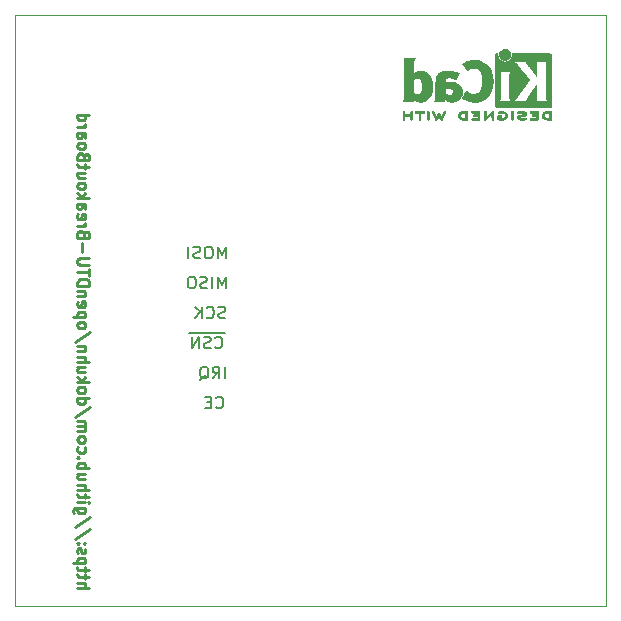
<source format=gbr>
%TF.GenerationSoftware,KiCad,Pcbnew,6.0.7-f9a2dced07~116~ubuntu20.04.1*%
%TF.CreationDate,2022-10-21T17:12:48+02:00*%
%TF.ProjectId,openDTU,6f70656e-4454-4552-9e6b-696361645f70,rev?*%
%TF.SameCoordinates,PX729cd20PY72d18e0*%
%TF.FileFunction,Legend,Bot*%
%TF.FilePolarity,Positive*%
%FSLAX46Y46*%
G04 Gerber Fmt 4.6, Leading zero omitted, Abs format (unit mm)*
G04 Created by KiCad (PCBNEW 6.0.7-f9a2dced07~116~ubuntu20.04.1) date 2022-10-21 17:12:48*
%MOMM*%
%LPD*%
G01*
G04 APERTURE LIST*
%TA.AperFunction,Profile*%
%ADD10C,0.100000*%
%TD*%
%ADD11C,0.250000*%
%ADD12C,0.150000*%
%ADD13C,0.010000*%
G04 APERTURE END LIST*
D10*
X0Y50000000D02*
X50000000Y50000000D01*
X50000000Y50000000D02*
X50000000Y0D01*
X50000000Y0D02*
X0Y0D01*
X0Y0D02*
X0Y50000000D01*
D11*
X5250019Y1518196D02*
X6250019Y1518196D01*
X5250019Y1946767D02*
X5773828Y1946767D01*
X5869066Y1899148D01*
X5916685Y1803910D01*
X5916685Y1661053D01*
X5869066Y1565815D01*
X5821447Y1518196D01*
X5916685Y2280100D02*
X5916685Y2661053D01*
X6250019Y2422958D02*
X5392876Y2422958D01*
X5297638Y2470577D01*
X5250019Y2565815D01*
X5250019Y2661053D01*
X5916685Y2851529D02*
X5916685Y3232481D01*
X6250019Y2994386D02*
X5392876Y2994386D01*
X5297638Y3042005D01*
X5250019Y3137243D01*
X5250019Y3232481D01*
X5916685Y3565815D02*
X4916685Y3565815D01*
X5869066Y3565815D02*
X5916685Y3661053D01*
X5916685Y3851529D01*
X5869066Y3946767D01*
X5821447Y3994386D01*
X5726209Y4042005D01*
X5440495Y4042005D01*
X5345257Y3994386D01*
X5297638Y3946767D01*
X5250019Y3851529D01*
X5250019Y3661053D01*
X5297638Y3565815D01*
X5297638Y4422958D02*
X5250019Y4518196D01*
X5250019Y4708672D01*
X5297638Y4803910D01*
X5392876Y4851529D01*
X5440495Y4851529D01*
X5535733Y4803910D01*
X5583352Y4708672D01*
X5583352Y4565815D01*
X5630971Y4470577D01*
X5726209Y4422958D01*
X5773828Y4422958D01*
X5869066Y4470577D01*
X5916685Y4565815D01*
X5916685Y4708672D01*
X5869066Y4803910D01*
X5345257Y5280100D02*
X5297638Y5327720D01*
X5250019Y5280100D01*
X5297638Y5232481D01*
X5345257Y5280100D01*
X5250019Y5280100D01*
X5869066Y5280100D02*
X5821447Y5327720D01*
X5773828Y5280100D01*
X5821447Y5232481D01*
X5869066Y5280100D01*
X5773828Y5280100D01*
X6297638Y6470577D02*
X5011923Y5613434D01*
X6297638Y7518196D02*
X5011923Y6661053D01*
X5916685Y8280100D02*
X5107161Y8280100D01*
X5011923Y8232481D01*
X4964304Y8184862D01*
X4916685Y8089624D01*
X4916685Y7946767D01*
X4964304Y7851529D01*
X5297638Y8280100D02*
X5250019Y8184862D01*
X5250019Y7994386D01*
X5297638Y7899148D01*
X5345257Y7851529D01*
X5440495Y7803910D01*
X5726209Y7803910D01*
X5821447Y7851529D01*
X5869066Y7899148D01*
X5916685Y7994386D01*
X5916685Y8184862D01*
X5869066Y8280100D01*
X5250019Y8756291D02*
X5916685Y8756291D01*
X6250019Y8756291D02*
X6202400Y8708672D01*
X6154780Y8756291D01*
X6202400Y8803910D01*
X6250019Y8756291D01*
X6154780Y8756291D01*
X5916685Y9089624D02*
X5916685Y9470577D01*
X6250019Y9232481D02*
X5392876Y9232481D01*
X5297638Y9280100D01*
X5250019Y9375339D01*
X5250019Y9470577D01*
X5250019Y9803910D02*
X6250019Y9803910D01*
X5250019Y10232481D02*
X5773828Y10232481D01*
X5869066Y10184862D01*
X5916685Y10089624D01*
X5916685Y9946767D01*
X5869066Y9851529D01*
X5821447Y9803910D01*
X5916685Y11137243D02*
X5250019Y11137243D01*
X5916685Y10708672D02*
X5392876Y10708672D01*
X5297638Y10756291D01*
X5250019Y10851529D01*
X5250019Y10994386D01*
X5297638Y11089624D01*
X5345257Y11137243D01*
X5250019Y11613434D02*
X6250019Y11613434D01*
X5869066Y11613434D02*
X5916685Y11708672D01*
X5916685Y11899148D01*
X5869066Y11994386D01*
X5821447Y12042005D01*
X5726209Y12089624D01*
X5440495Y12089624D01*
X5345257Y12042005D01*
X5297638Y11994386D01*
X5250019Y11899148D01*
X5250019Y11708672D01*
X5297638Y11613434D01*
X5345257Y12518196D02*
X5297638Y12565815D01*
X5250019Y12518196D01*
X5297638Y12470577D01*
X5345257Y12518196D01*
X5250019Y12518196D01*
X5297638Y13422958D02*
X5250019Y13327720D01*
X5250019Y13137243D01*
X5297638Y13042005D01*
X5345257Y12994386D01*
X5440495Y12946767D01*
X5726209Y12946767D01*
X5821447Y12994386D01*
X5869066Y13042005D01*
X5916685Y13137243D01*
X5916685Y13327720D01*
X5869066Y13422958D01*
X5250019Y13994386D02*
X5297638Y13899148D01*
X5345257Y13851529D01*
X5440495Y13803910D01*
X5726209Y13803910D01*
X5821447Y13851529D01*
X5869066Y13899148D01*
X5916685Y13994386D01*
X5916685Y14137243D01*
X5869066Y14232481D01*
X5821447Y14280100D01*
X5726209Y14327720D01*
X5440495Y14327720D01*
X5345257Y14280100D01*
X5297638Y14232481D01*
X5250019Y14137243D01*
X5250019Y13994386D01*
X5250019Y14756291D02*
X5916685Y14756291D01*
X5821447Y14756291D02*
X5869066Y14803910D01*
X5916685Y14899148D01*
X5916685Y15042005D01*
X5869066Y15137243D01*
X5773828Y15184862D01*
X5250019Y15184862D01*
X5773828Y15184862D02*
X5869066Y15232481D01*
X5916685Y15327720D01*
X5916685Y15470577D01*
X5869066Y15565815D01*
X5773828Y15613434D01*
X5250019Y15613434D01*
X6297638Y16803910D02*
X5011923Y15946767D01*
X5250019Y17565815D02*
X6250019Y17565815D01*
X5297638Y17565815D02*
X5250019Y17470577D01*
X5250019Y17280100D01*
X5297638Y17184862D01*
X5345257Y17137243D01*
X5440495Y17089624D01*
X5726209Y17089624D01*
X5821447Y17137243D01*
X5869066Y17184862D01*
X5916685Y17280100D01*
X5916685Y17470577D01*
X5869066Y17565815D01*
X5250019Y18184862D02*
X5297638Y18089624D01*
X5345257Y18042005D01*
X5440495Y17994386D01*
X5726209Y17994386D01*
X5821447Y18042005D01*
X5869066Y18089624D01*
X5916685Y18184862D01*
X5916685Y18327720D01*
X5869066Y18422958D01*
X5821447Y18470577D01*
X5726209Y18518196D01*
X5440495Y18518196D01*
X5345257Y18470577D01*
X5297638Y18422958D01*
X5250019Y18327720D01*
X5250019Y18184862D01*
X5250019Y18946767D02*
X6250019Y18946767D01*
X5630971Y19042005D02*
X5250019Y19327720D01*
X5916685Y19327720D02*
X5535733Y18946767D01*
X5916685Y20184862D02*
X5250019Y20184862D01*
X5916685Y19756291D02*
X5392876Y19756291D01*
X5297638Y19803910D01*
X5250019Y19899148D01*
X5250019Y20042005D01*
X5297638Y20137243D01*
X5345257Y20184862D01*
X5250019Y20661053D02*
X6250019Y20661053D01*
X5250019Y21089624D02*
X5773828Y21089624D01*
X5869066Y21042005D01*
X5916685Y20946767D01*
X5916685Y20803910D01*
X5869066Y20708672D01*
X5821447Y20661053D01*
X5916685Y21565815D02*
X5250019Y21565815D01*
X5821447Y21565815D02*
X5869066Y21613434D01*
X5916685Y21708672D01*
X5916685Y21851529D01*
X5869066Y21946767D01*
X5773828Y21994386D01*
X5250019Y21994386D01*
X6297638Y23184862D02*
X5011923Y22327720D01*
X5250019Y23661053D02*
X5297638Y23565815D01*
X5345257Y23518196D01*
X5440495Y23470577D01*
X5726209Y23470577D01*
X5821447Y23518196D01*
X5869066Y23565815D01*
X5916685Y23661053D01*
X5916685Y23803910D01*
X5869066Y23899148D01*
X5821447Y23946767D01*
X5726209Y23994386D01*
X5440495Y23994386D01*
X5345257Y23946767D01*
X5297638Y23899148D01*
X5250019Y23803910D01*
X5250019Y23661053D01*
X5916685Y24422958D02*
X4916685Y24422958D01*
X5869066Y24422958D02*
X5916685Y24518196D01*
X5916685Y24708672D01*
X5869066Y24803910D01*
X5821447Y24851529D01*
X5726209Y24899148D01*
X5440495Y24899148D01*
X5345257Y24851529D01*
X5297638Y24803910D01*
X5250019Y24708672D01*
X5250019Y24518196D01*
X5297638Y24422958D01*
X5297638Y25708672D02*
X5250019Y25613434D01*
X5250019Y25422958D01*
X5297638Y25327720D01*
X5392876Y25280100D01*
X5773828Y25280100D01*
X5869066Y25327720D01*
X5916685Y25422958D01*
X5916685Y25613434D01*
X5869066Y25708672D01*
X5773828Y25756291D01*
X5678590Y25756291D01*
X5583352Y25280100D01*
X5916685Y26184862D02*
X5250019Y26184862D01*
X5821447Y26184862D02*
X5869066Y26232481D01*
X5916685Y26327720D01*
X5916685Y26470577D01*
X5869066Y26565815D01*
X5773828Y26613434D01*
X5250019Y26613434D01*
X5250019Y27089624D02*
X6250019Y27089624D01*
X6250019Y27327720D01*
X6202400Y27470577D01*
X6107161Y27565815D01*
X6011923Y27613434D01*
X5821447Y27661053D01*
X5678590Y27661053D01*
X5488114Y27613434D01*
X5392876Y27565815D01*
X5297638Y27470577D01*
X5250019Y27327720D01*
X5250019Y27089624D01*
X6250019Y27946767D02*
X6250019Y28518196D01*
X5250019Y28232481D02*
X6250019Y28232481D01*
X6250019Y28851529D02*
X5440495Y28851529D01*
X5345257Y28899148D01*
X5297638Y28946767D01*
X5250019Y29042005D01*
X5250019Y29232481D01*
X5297638Y29327720D01*
X5345257Y29375339D01*
X5440495Y29422958D01*
X6250019Y29422958D01*
X5630971Y29899148D02*
X5630971Y30661053D01*
X5773828Y31470577D02*
X5726209Y31613434D01*
X5678590Y31661053D01*
X5583352Y31708672D01*
X5440495Y31708672D01*
X5345257Y31661053D01*
X5297638Y31613434D01*
X5250019Y31518196D01*
X5250019Y31137243D01*
X6250019Y31137243D01*
X6250019Y31470577D01*
X6202400Y31565815D01*
X6154780Y31613434D01*
X6059542Y31661053D01*
X5964304Y31661053D01*
X5869066Y31613434D01*
X5821447Y31565815D01*
X5773828Y31470577D01*
X5773828Y31137243D01*
X5250019Y32137243D02*
X5916685Y32137243D01*
X5726209Y32137243D02*
X5821447Y32184862D01*
X5869066Y32232481D01*
X5916685Y32327720D01*
X5916685Y32422958D01*
X5297638Y33137243D02*
X5250019Y33042005D01*
X5250019Y32851529D01*
X5297638Y32756291D01*
X5392876Y32708672D01*
X5773828Y32708672D01*
X5869066Y32756291D01*
X5916685Y32851529D01*
X5916685Y33042005D01*
X5869066Y33137243D01*
X5773828Y33184862D01*
X5678590Y33184862D01*
X5583352Y32708672D01*
X5250019Y34042005D02*
X5773828Y34042005D01*
X5869066Y33994386D01*
X5916685Y33899148D01*
X5916685Y33708672D01*
X5869066Y33613434D01*
X5297638Y34042005D02*
X5250019Y33946767D01*
X5250019Y33708672D01*
X5297638Y33613434D01*
X5392876Y33565815D01*
X5488114Y33565815D01*
X5583352Y33613434D01*
X5630971Y33708672D01*
X5630971Y33946767D01*
X5678590Y34042005D01*
X5250019Y34518196D02*
X6250019Y34518196D01*
X5630971Y34613434D02*
X5250019Y34899148D01*
X5916685Y34899148D02*
X5535733Y34518196D01*
X5250019Y35470577D02*
X5297638Y35375339D01*
X5345257Y35327720D01*
X5440495Y35280100D01*
X5726209Y35280100D01*
X5821447Y35327720D01*
X5869066Y35375339D01*
X5916685Y35470577D01*
X5916685Y35613434D01*
X5869066Y35708672D01*
X5821447Y35756291D01*
X5726209Y35803910D01*
X5440495Y35803910D01*
X5345257Y35756291D01*
X5297638Y35708672D01*
X5250019Y35613434D01*
X5250019Y35470577D01*
X5916685Y36661053D02*
X5250019Y36661053D01*
X5916685Y36232481D02*
X5392876Y36232481D01*
X5297638Y36280100D01*
X5250019Y36375339D01*
X5250019Y36518196D01*
X5297638Y36613434D01*
X5345257Y36661053D01*
X5916685Y36994386D02*
X5916685Y37375339D01*
X6250019Y37137243D02*
X5392876Y37137243D01*
X5297638Y37184862D01*
X5250019Y37280100D01*
X5250019Y37375339D01*
X5773828Y38042005D02*
X5726209Y38184862D01*
X5678590Y38232481D01*
X5583352Y38280100D01*
X5440495Y38280100D01*
X5345257Y38232481D01*
X5297638Y38184862D01*
X5250019Y38089624D01*
X5250019Y37708672D01*
X6250019Y37708672D01*
X6250019Y38042005D01*
X6202400Y38137243D01*
X6154780Y38184862D01*
X6059542Y38232481D01*
X5964304Y38232481D01*
X5869066Y38184862D01*
X5821447Y38137243D01*
X5773828Y38042005D01*
X5773828Y37708672D01*
X5250019Y38851529D02*
X5297638Y38756291D01*
X5345257Y38708672D01*
X5440495Y38661053D01*
X5726209Y38661053D01*
X5821447Y38708672D01*
X5869066Y38756291D01*
X5916685Y38851529D01*
X5916685Y38994386D01*
X5869066Y39089624D01*
X5821447Y39137243D01*
X5726209Y39184862D01*
X5440495Y39184862D01*
X5345257Y39137243D01*
X5297638Y39089624D01*
X5250019Y38994386D01*
X5250019Y38851529D01*
X5250019Y40042005D02*
X5773828Y40042005D01*
X5869066Y39994386D01*
X5916685Y39899148D01*
X5916685Y39708672D01*
X5869066Y39613434D01*
X5297638Y40042005D02*
X5250019Y39946767D01*
X5250019Y39708672D01*
X5297638Y39613434D01*
X5392876Y39565815D01*
X5488114Y39565815D01*
X5583352Y39613434D01*
X5630971Y39708672D01*
X5630971Y39946767D01*
X5678590Y40042005D01*
X5250019Y40518196D02*
X5916685Y40518196D01*
X5726209Y40518196D02*
X5821447Y40565815D01*
X5869066Y40613434D01*
X5916685Y40708672D01*
X5916685Y40803910D01*
X5250019Y41565815D02*
X6250019Y41565815D01*
X5297638Y41565815D02*
X5250019Y41470577D01*
X5250019Y41280100D01*
X5297638Y41184862D01*
X5345257Y41137243D01*
X5440495Y41089624D01*
X5726209Y41089624D01*
X5821447Y41137243D01*
X5869066Y41184862D01*
X5916685Y41280100D01*
X5916685Y41470577D01*
X5869066Y41565815D01*
D12*
%TO.C,TP6*%
X16995857Y16787858D02*
X17043476Y16740239D01*
X17186333Y16692620D01*
X17281571Y16692620D01*
X17424428Y16740239D01*
X17519666Y16835477D01*
X17567285Y16930715D01*
X17614904Y17121191D01*
X17614904Y17264048D01*
X17567285Y17454524D01*
X17519666Y17549762D01*
X17424428Y17645000D01*
X17281571Y17692620D01*
X17186333Y17692620D01*
X17043476Y17645000D01*
X16995857Y17597381D01*
X16567285Y17216429D02*
X16233952Y17216429D01*
X16091095Y16692620D02*
X16567285Y16692620D01*
X16567285Y17692620D01*
X16091095Y17692620D01*
%TO.C,TP5*%
X17749809Y19232620D02*
X17749809Y20232620D01*
X16702190Y19232620D02*
X17035523Y19708810D01*
X17273619Y19232620D02*
X17273619Y20232620D01*
X16892666Y20232620D01*
X16797428Y20185000D01*
X16749809Y20137381D01*
X16702190Y20042143D01*
X16702190Y19899286D01*
X16749809Y19804048D01*
X16797428Y19756429D01*
X16892666Y19708810D01*
X17273619Y19708810D01*
X15606952Y19137381D02*
X15702190Y19185000D01*
X15797428Y19280239D01*
X15940285Y19423096D01*
X16035523Y19470715D01*
X16130761Y19470715D01*
X16083142Y19232620D02*
X16178380Y19280239D01*
X16273619Y19375477D01*
X16321238Y19565953D01*
X16321238Y19899286D01*
X16273619Y20089762D01*
X16178380Y20185000D01*
X16083142Y20232620D01*
X15892666Y20232620D01*
X15797428Y20185000D01*
X15702190Y20089762D01*
X15654571Y19899286D01*
X15654571Y19565953D01*
X15702190Y19375477D01*
X15797428Y19280239D01*
X15892666Y19232620D01*
X16083142Y19232620D01*
%TO.C,TP4*%
X17718000Y23055000D02*
X16718000Y23055000D01*
X16908476Y21867858D02*
X16956095Y21820239D01*
X17098952Y21772620D01*
X17194190Y21772620D01*
X17337047Y21820239D01*
X17432285Y21915477D01*
X17479904Y22010715D01*
X17527523Y22201191D01*
X17527523Y22344048D01*
X17479904Y22534524D01*
X17432285Y22629762D01*
X17337047Y22725000D01*
X17194190Y22772620D01*
X17098952Y22772620D01*
X16956095Y22725000D01*
X16908476Y22677381D01*
X16718000Y23055000D02*
X15765619Y23055000D01*
X16527523Y21820239D02*
X16384666Y21772620D01*
X16146571Y21772620D01*
X16051333Y21820239D01*
X16003714Y21867858D01*
X15956095Y21963096D01*
X15956095Y22058334D01*
X16003714Y22153572D01*
X16051333Y22201191D01*
X16146571Y22248810D01*
X16337047Y22296429D01*
X16432285Y22344048D01*
X16479904Y22391667D01*
X16527523Y22486905D01*
X16527523Y22582143D01*
X16479904Y22677381D01*
X16432285Y22725000D01*
X16337047Y22772620D01*
X16098952Y22772620D01*
X15956095Y22725000D01*
X15765619Y23055000D02*
X14718000Y23055000D01*
X15527523Y21772620D02*
X15527523Y22772620D01*
X14956095Y21772620D01*
X14956095Y22772620D01*
%TO.C,TP3*%
X17757714Y24360239D02*
X17614857Y24312620D01*
X17376761Y24312620D01*
X17281523Y24360239D01*
X17233904Y24407858D01*
X17186285Y24503096D01*
X17186285Y24598334D01*
X17233904Y24693572D01*
X17281523Y24741191D01*
X17376761Y24788810D01*
X17567238Y24836429D01*
X17662476Y24884048D01*
X17710095Y24931667D01*
X17757714Y25026905D01*
X17757714Y25122143D01*
X17710095Y25217381D01*
X17662476Y25265000D01*
X17567238Y25312620D01*
X17329142Y25312620D01*
X17186285Y25265000D01*
X16186285Y24407858D02*
X16233904Y24360239D01*
X16376761Y24312620D01*
X16472000Y24312620D01*
X16614857Y24360239D01*
X16710095Y24455477D01*
X16757714Y24550715D01*
X16805333Y24741191D01*
X16805333Y24884048D01*
X16757714Y25074524D01*
X16710095Y25169762D01*
X16614857Y25265000D01*
X16472000Y25312620D01*
X16376761Y25312620D01*
X16233904Y25265000D01*
X16186285Y25217381D01*
X15757714Y24312620D02*
X15757714Y25312620D01*
X15186285Y24312620D02*
X15614857Y24884048D01*
X15186285Y25312620D02*
X15757714Y24741191D01*
%TO.C,TP2*%
X17789428Y26852620D02*
X17789428Y27852620D01*
X17456095Y27138334D01*
X17122761Y27852620D01*
X17122761Y26852620D01*
X16646571Y26852620D02*
X16646571Y27852620D01*
X16218000Y26900239D02*
X16075142Y26852620D01*
X15837047Y26852620D01*
X15741809Y26900239D01*
X15694190Y26947858D01*
X15646571Y27043096D01*
X15646571Y27138334D01*
X15694190Y27233572D01*
X15741809Y27281191D01*
X15837047Y27328810D01*
X16027523Y27376429D01*
X16122761Y27424048D01*
X16170380Y27471667D01*
X16218000Y27566905D01*
X16218000Y27662143D01*
X16170380Y27757381D01*
X16122761Y27805000D01*
X16027523Y27852620D01*
X15789428Y27852620D01*
X15646571Y27805000D01*
X15027523Y27852620D02*
X14837047Y27852620D01*
X14741809Y27805000D01*
X14646571Y27709762D01*
X14598952Y27519286D01*
X14598952Y27185953D01*
X14646571Y26995477D01*
X14741809Y26900239D01*
X14837047Y26852620D01*
X15027523Y26852620D01*
X15122761Y26900239D01*
X15218000Y26995477D01*
X15265619Y27185953D01*
X15265619Y27519286D01*
X15218000Y27709762D01*
X15122761Y27805000D01*
X15027523Y27852620D01*
%TO.C,TP1*%
X17789428Y29392620D02*
X17789428Y30392620D01*
X17456095Y29678334D01*
X17122761Y30392620D01*
X17122761Y29392620D01*
X16456095Y30392620D02*
X16265619Y30392620D01*
X16170380Y30345000D01*
X16075142Y30249762D01*
X16027523Y30059286D01*
X16027523Y29725953D01*
X16075142Y29535477D01*
X16170380Y29440239D01*
X16265619Y29392620D01*
X16456095Y29392620D01*
X16551333Y29440239D01*
X16646571Y29535477D01*
X16694190Y29725953D01*
X16694190Y30059286D01*
X16646571Y30249762D01*
X16551333Y30345000D01*
X16456095Y30392620D01*
X15646571Y29440239D02*
X15503714Y29392620D01*
X15265619Y29392620D01*
X15170380Y29440239D01*
X15122761Y29487858D01*
X15075142Y29583096D01*
X15075142Y29678334D01*
X15122761Y29773572D01*
X15170380Y29821191D01*
X15265619Y29868810D01*
X15456095Y29916429D01*
X15551333Y29964048D01*
X15598952Y30011667D01*
X15646571Y30106905D01*
X15646571Y30202143D01*
X15598952Y30297381D01*
X15551333Y30345000D01*
X15456095Y30392620D01*
X15218000Y30392620D01*
X15075142Y30345000D01*
X14646571Y29392620D02*
X14646571Y30392620D01*
%TO.C,REF\u002A\u002A*%
G36*
X35263268Y43825042D02*
G01*
X35254689Y43673606D01*
X35235833Y43536917D01*
X35205837Y43410924D01*
X35163836Y43291575D01*
X35108969Y43174819D01*
X35042167Y43064021D01*
X34951363Y42950461D01*
X34847708Y42854989D01*
X34731887Y42778127D01*
X34604586Y42720403D01*
X34466489Y42682342D01*
X34428793Y42676534D01*
X34349752Y42670804D01*
X34261629Y42670617D01*
X34172236Y42675661D01*
X34089384Y42685622D01*
X34020887Y42700188D01*
X33990035Y42709836D01*
X33912730Y42740077D01*
X33835679Y42777583D01*
X33766200Y42818586D01*
X33711615Y42859321D01*
X33688916Y42878695D01*
X33666201Y42896538D01*
X33654779Y42903422D01*
X33653537Y42901776D01*
X33650728Y42883995D01*
X33648776Y42850830D01*
X33648045Y42807467D01*
X33648045Y42711511D01*
X32789896Y42711511D01*
X32824161Y42772226D01*
X32829355Y42781332D01*
X32837715Y42795951D01*
X32845288Y42810027D01*
X32852112Y42824660D01*
X32858227Y42840951D01*
X32863673Y42860002D01*
X32868487Y42882914D01*
X32872708Y42910787D01*
X32876377Y42944722D01*
X32879531Y42985821D01*
X32882211Y43035185D01*
X32884454Y43093914D01*
X32886299Y43163110D01*
X32887787Y43243874D01*
X32888955Y43337306D01*
X32889678Y43424479D01*
X33693200Y43424479D01*
X33763756Y43378111D01*
X33804417Y43354409D01*
X33858546Y43328561D01*
X33907689Y43310371D01*
X33971165Y43294649D01*
X34067331Y43283659D01*
X34151900Y43291835D01*
X34225219Y43319395D01*
X34287637Y43366558D01*
X34339502Y43433542D01*
X34381160Y43520567D01*
X34412962Y43627850D01*
X34415545Y43640191D01*
X34424000Y43701428D01*
X34429663Y43778508D01*
X34432576Y43866198D01*
X34432783Y43959266D01*
X34430330Y44052480D01*
X34425261Y44140606D01*
X34417619Y44218412D01*
X34407448Y44280667D01*
X34406167Y44286534D01*
X34377126Y44397079D01*
X34342610Y44487625D01*
X34301456Y44560247D01*
X34252499Y44617019D01*
X34194574Y44660016D01*
X34162620Y44675585D01*
X34089784Y44694478D01*
X34008443Y44697735D01*
X33923319Y44685811D01*
X33839133Y44659160D01*
X33760608Y44618238D01*
X33693200Y44574670D01*
X33693200Y43424479D01*
X32889678Y43424479D01*
X32889844Y43444508D01*
X32890491Y43566580D01*
X32890936Y43704624D01*
X32891218Y43859741D01*
X32891375Y44033032D01*
X32891448Y44225597D01*
X32891474Y44438538D01*
X32891493Y44672955D01*
X32891689Y46357822D01*
X33797017Y46357822D01*
X33772585Y46321133D01*
X33766318Y46311553D01*
X33740208Y46265219D01*
X33722469Y46218098D01*
X33710908Y46162949D01*
X33703331Y46092533D01*
X33702839Y46085550D01*
X33701062Y46047559D01*
X33699444Y45993624D01*
X33697999Y45926497D01*
X33696740Y45848929D01*
X33695680Y45763672D01*
X33694829Y45673476D01*
X33694203Y45581093D01*
X33693812Y45489275D01*
X33693670Y45400773D01*
X33693790Y45318338D01*
X33694183Y45244721D01*
X33694862Y45182674D01*
X33695841Y45134949D01*
X33697132Y45104296D01*
X33698747Y45093467D01*
X33706957Y45097867D01*
X33728647Y45112838D01*
X33758014Y45134752D01*
X33806879Y45168964D01*
X33895125Y45215486D01*
X33993916Y45249154D01*
X34106510Y45270969D01*
X34236164Y45281935D01*
X34328670Y45282981D01*
X34450011Y45273186D01*
X34560099Y45249026D01*
X34663389Y45209415D01*
X34764338Y45153268D01*
X34809503Y45122317D01*
X34914911Y45031085D01*
X35006538Y44922094D01*
X35084332Y44795474D01*
X35148241Y44651355D01*
X35198214Y44489868D01*
X35234198Y44311141D01*
X35256143Y44115305D01*
X35261900Y43959266D01*
X35263994Y43902489D01*
X35263268Y43825042D01*
G37*
D13*
X35263268Y43825042D02*
X35254689Y43673606D01*
X35235833Y43536917D01*
X35205837Y43410924D01*
X35163836Y43291575D01*
X35108969Y43174819D01*
X35042167Y43064021D01*
X34951363Y42950461D01*
X34847708Y42854989D01*
X34731887Y42778127D01*
X34604586Y42720403D01*
X34466489Y42682342D01*
X34428793Y42676534D01*
X34349752Y42670804D01*
X34261629Y42670617D01*
X34172236Y42675661D01*
X34089384Y42685622D01*
X34020887Y42700188D01*
X33990035Y42709836D01*
X33912730Y42740077D01*
X33835679Y42777583D01*
X33766200Y42818586D01*
X33711615Y42859321D01*
X33688916Y42878695D01*
X33666201Y42896538D01*
X33654779Y42903422D01*
X33653537Y42901776D01*
X33650728Y42883995D01*
X33648776Y42850830D01*
X33648045Y42807467D01*
X33648045Y42711511D01*
X32789896Y42711511D01*
X32824161Y42772226D01*
X32829355Y42781332D01*
X32837715Y42795951D01*
X32845288Y42810027D01*
X32852112Y42824660D01*
X32858227Y42840951D01*
X32863673Y42860002D01*
X32868487Y42882914D01*
X32872708Y42910787D01*
X32876377Y42944722D01*
X32879531Y42985821D01*
X32882211Y43035185D01*
X32884454Y43093914D01*
X32886299Y43163110D01*
X32887787Y43243874D01*
X32888955Y43337306D01*
X32889678Y43424479D01*
X33693200Y43424479D01*
X33763756Y43378111D01*
X33804417Y43354409D01*
X33858546Y43328561D01*
X33907689Y43310371D01*
X33971165Y43294649D01*
X34067331Y43283659D01*
X34151900Y43291835D01*
X34225219Y43319395D01*
X34287637Y43366558D01*
X34339502Y43433542D01*
X34381160Y43520567D01*
X34412962Y43627850D01*
X34415545Y43640191D01*
X34424000Y43701428D01*
X34429663Y43778508D01*
X34432576Y43866198D01*
X34432783Y43959266D01*
X34430330Y44052480D01*
X34425261Y44140606D01*
X34417619Y44218412D01*
X34407448Y44280667D01*
X34406167Y44286534D01*
X34377126Y44397079D01*
X34342610Y44487625D01*
X34301456Y44560247D01*
X34252499Y44617019D01*
X34194574Y44660016D01*
X34162620Y44675585D01*
X34089784Y44694478D01*
X34008443Y44697735D01*
X33923319Y44685811D01*
X33839133Y44659160D01*
X33760608Y44618238D01*
X33693200Y44574670D01*
X33693200Y43424479D01*
X32889678Y43424479D01*
X32889844Y43444508D01*
X32890491Y43566580D01*
X32890936Y43704624D01*
X32891218Y43859741D01*
X32891375Y44033032D01*
X32891448Y44225597D01*
X32891474Y44438538D01*
X32891493Y44672955D01*
X32891689Y46357822D01*
X33797017Y46357822D01*
X33772585Y46321133D01*
X33766318Y46311553D01*
X33740208Y46265219D01*
X33722469Y46218098D01*
X33710908Y46162949D01*
X33703331Y46092533D01*
X33702839Y46085550D01*
X33701062Y46047559D01*
X33699444Y45993624D01*
X33697999Y45926497D01*
X33696740Y45848929D01*
X33695680Y45763672D01*
X33694829Y45673476D01*
X33694203Y45581093D01*
X33693812Y45489275D01*
X33693670Y45400773D01*
X33693790Y45318338D01*
X33694183Y45244721D01*
X33694862Y45182674D01*
X33695841Y45134949D01*
X33697132Y45104296D01*
X33698747Y45093467D01*
X33706957Y45097867D01*
X33728647Y45112838D01*
X33758014Y45134752D01*
X33806879Y45168964D01*
X33895125Y45215486D01*
X33993916Y45249154D01*
X34106510Y45270969D01*
X34236164Y45281935D01*
X34328670Y45282981D01*
X34450011Y45273186D01*
X34560099Y45249026D01*
X34663389Y45209415D01*
X34764338Y45153268D01*
X34809503Y45122317D01*
X34914911Y45031085D01*
X35006538Y44922094D01*
X35084332Y44795474D01*
X35148241Y44651355D01*
X35198214Y44489868D01*
X35234198Y44311141D01*
X35256143Y44115305D01*
X35261900Y43959266D01*
X35263994Y43902489D01*
X35263268Y43825042D01*
G36*
X34233767Y41876132D02*
G01*
X34327890Y41876042D01*
X34402405Y41875702D01*
X34459811Y41874961D01*
X34502611Y41873665D01*
X34533304Y41871663D01*
X34554391Y41868804D01*
X34568373Y41864934D01*
X34577750Y41859902D01*
X34585022Y41853555D01*
X34603828Y41820838D01*
X34605275Y41783261D01*
X34588917Y41750022D01*
X34587557Y41748569D01*
X34576354Y41740208D01*
X34559252Y41734653D01*
X34532082Y41731360D01*
X34490678Y41729782D01*
X34430873Y41729378D01*
X34291511Y41729378D01*
X34291511Y41465611D01*
X34291436Y41389783D01*
X34291028Y41323117D01*
X34290046Y41273333D01*
X34288250Y41237416D01*
X34285399Y41212350D01*
X34281253Y41195119D01*
X34275571Y41182708D01*
X34268114Y41172100D01*
X34265824Y41169294D01*
X34234646Y41146652D01*
X34200266Y41145088D01*
X34167334Y41164933D01*
X34160355Y41173009D01*
X34154883Y41183607D01*
X34150863Y41199451D01*
X34148072Y41223427D01*
X34146288Y41258426D01*
X34145289Y41307336D01*
X34144852Y41373046D01*
X34144756Y41458444D01*
X34144756Y41729378D01*
X33998820Y41729378D01*
X33987720Y41729379D01*
X33931202Y41729604D01*
X33892358Y41730743D01*
X33866965Y41733543D01*
X33850804Y41738750D01*
X33839652Y41747111D01*
X33829289Y41759374D01*
X33813441Y41790062D01*
X33816543Y41823842D01*
X33842187Y41856378D01*
X33847129Y41860095D01*
X33857338Y41864931D01*
X33872764Y41868694D01*
X33895886Y41871517D01*
X33929183Y41873530D01*
X33975137Y41874867D01*
X34036228Y41875658D01*
X34114935Y41876037D01*
X34213740Y41876133D01*
X34233767Y41876132D01*
G37*
X34233767Y41876132D02*
X34327890Y41876042D01*
X34402405Y41875702D01*
X34459811Y41874961D01*
X34502611Y41873665D01*
X34533304Y41871663D01*
X34554391Y41868804D01*
X34568373Y41864934D01*
X34577750Y41859902D01*
X34585022Y41853555D01*
X34603828Y41820838D01*
X34605275Y41783261D01*
X34588917Y41750022D01*
X34587557Y41748569D01*
X34576354Y41740208D01*
X34559252Y41734653D01*
X34532082Y41731360D01*
X34490678Y41729782D01*
X34430873Y41729378D01*
X34291511Y41729378D01*
X34291511Y41465611D01*
X34291436Y41389783D01*
X34291028Y41323117D01*
X34290046Y41273333D01*
X34288250Y41237416D01*
X34285399Y41212350D01*
X34281253Y41195119D01*
X34275571Y41182708D01*
X34268114Y41172100D01*
X34265824Y41169294D01*
X34234646Y41146652D01*
X34200266Y41145088D01*
X34167334Y41164933D01*
X34160355Y41173009D01*
X34154883Y41183607D01*
X34150863Y41199451D01*
X34148072Y41223427D01*
X34146288Y41258426D01*
X34145289Y41307336D01*
X34144852Y41373046D01*
X34144756Y41458444D01*
X34144756Y41729378D01*
X33998820Y41729378D01*
X33987720Y41729379D01*
X33931202Y41729604D01*
X33892358Y41730743D01*
X33866965Y41733543D01*
X33850804Y41738750D01*
X33839652Y41747111D01*
X33829289Y41759374D01*
X33813441Y41790062D01*
X33816543Y41823842D01*
X33842187Y41856378D01*
X33847129Y41860095D01*
X33857338Y41864931D01*
X33872764Y41868694D01*
X33895886Y41871517D01*
X33929183Y41873530D01*
X33975137Y41874867D01*
X34036228Y41875658D01*
X34114935Y41876037D01*
X34213740Y41876133D01*
X34233767Y41876132D01*
G36*
X45354870Y41610159D02*
G01*
X45354622Y41509244D01*
X45354583Y41433583D01*
X45354328Y41355674D01*
X45353684Y41295664D01*
X45352480Y41250936D01*
X45350543Y41218874D01*
X45347703Y41196860D01*
X45343788Y41182276D01*
X45338626Y41172506D01*
X45332045Y41164933D01*
X45325077Y41158699D01*
X45312079Y41151399D01*
X45292931Y41146646D01*
X45263528Y41143908D01*
X45219762Y41142655D01*
X45157528Y41142355D01*
X45108582Y41142731D01*
X45001722Y41147159D01*
X44912494Y41157247D01*
X44837696Y41173835D01*
X44774125Y41197765D01*
X44718579Y41229879D01*
X44667854Y41271018D01*
X44661866Y41276870D01*
X44624999Y41325379D01*
X44593899Y41386187D01*
X44572417Y41450431D01*
X44567136Y41489174D01*
X44714353Y41489174D01*
X44732635Y41438239D01*
X44762305Y41392322D01*
X44809002Y41349913D01*
X44870392Y41320110D01*
X44949538Y41300974D01*
X44951028Y41300736D01*
X44999999Y41294944D01*
X45058693Y41290804D01*
X45114734Y41289196D01*
X45207867Y41289111D01*
X45207867Y41729378D01*
X45131667Y41729392D01*
X45128639Y41729383D01*
X45077519Y41727418D01*
X45017416Y41722693D01*
X44960708Y41716165D01*
X44910750Y41706869D01*
X44835998Y41680600D01*
X44778489Y41641301D01*
X44736988Y41588267D01*
X44715771Y41537000D01*
X44714353Y41489174D01*
X44567136Y41489174D01*
X44564400Y41509244D01*
X44565679Y41530461D01*
X44577991Y41587877D01*
X44600520Y41647787D01*
X44629750Y41701837D01*
X44662167Y41741668D01*
X44681708Y41758690D01*
X44736420Y41797878D01*
X44796723Y41828007D01*
X44865919Y41849968D01*
X44947311Y41864650D01*
X45044200Y41872941D01*
X45159889Y41875733D01*
X45199371Y41876134D01*
X45245082Y41876547D01*
X45280883Y41874743D01*
X45307974Y41868461D01*
X45327556Y41855441D01*
X45340830Y41833422D01*
X45348998Y41800145D01*
X45353260Y41753349D01*
X45353857Y41729378D01*
X45354817Y41690773D01*
X45354870Y41610159D01*
G37*
X45354870Y41610159D02*
X45354622Y41509244D01*
X45354583Y41433583D01*
X45354328Y41355674D01*
X45353684Y41295664D01*
X45352480Y41250936D01*
X45350543Y41218874D01*
X45347703Y41196860D01*
X45343788Y41182276D01*
X45338626Y41172506D01*
X45332045Y41164933D01*
X45325077Y41158699D01*
X45312079Y41151399D01*
X45292931Y41146646D01*
X45263528Y41143908D01*
X45219762Y41142655D01*
X45157528Y41142355D01*
X45108582Y41142731D01*
X45001722Y41147159D01*
X44912494Y41157247D01*
X44837696Y41173835D01*
X44774125Y41197765D01*
X44718579Y41229879D01*
X44667854Y41271018D01*
X44661866Y41276870D01*
X44624999Y41325379D01*
X44593899Y41386187D01*
X44572417Y41450431D01*
X44567136Y41489174D01*
X44714353Y41489174D01*
X44732635Y41438239D01*
X44762305Y41392322D01*
X44809002Y41349913D01*
X44870392Y41320110D01*
X44949538Y41300974D01*
X44951028Y41300736D01*
X44999999Y41294944D01*
X45058693Y41290804D01*
X45114734Y41289196D01*
X45207867Y41289111D01*
X45207867Y41729378D01*
X45131667Y41729392D01*
X45128639Y41729383D01*
X45077519Y41727418D01*
X45017416Y41722693D01*
X44960708Y41716165D01*
X44910750Y41706869D01*
X44835998Y41680600D01*
X44778489Y41641301D01*
X44736988Y41588267D01*
X44715771Y41537000D01*
X44714353Y41489174D01*
X44567136Y41489174D01*
X44564400Y41509244D01*
X44565679Y41530461D01*
X44577991Y41587877D01*
X44600520Y41647787D01*
X44629750Y41701837D01*
X44662167Y41741668D01*
X44681708Y41758690D01*
X44736420Y41797878D01*
X44796723Y41828007D01*
X44865919Y41849968D01*
X44947311Y41864650D01*
X45044200Y41872941D01*
X45159889Y41875733D01*
X45199371Y41876134D01*
X45245082Y41876547D01*
X45280883Y41874743D01*
X45307974Y41868461D01*
X45327556Y41855441D01*
X45340830Y41833422D01*
X45348998Y41800145D01*
X45353260Y41753349D01*
X45353857Y41729378D01*
X45354817Y41690773D01*
X45354870Y41610159D01*
G36*
X35367702Y41866722D02*
G01*
X35385663Y41848211D01*
X35406263Y41817129D01*
X35431095Y41771444D01*
X35461750Y41709122D01*
X35499820Y41628129D01*
X35514454Y41596746D01*
X35544203Y41533562D01*
X35570297Y41478956D01*
X35591292Y41435910D01*
X35605739Y41407407D01*
X35612191Y41396430D01*
X35613550Y41397011D01*
X35623542Y41410958D01*
X35640833Y41440496D01*
X35663430Y41482113D01*
X35689338Y41532297D01*
X35705311Y41563786D01*
X35734261Y41619139D01*
X35756749Y41658156D01*
X35774965Y41683634D01*
X35791096Y41698369D01*
X35807330Y41705158D01*
X35825857Y41706800D01*
X35836360Y41706325D01*
X35852476Y41702118D01*
X35867790Y41691254D01*
X35884388Y41670981D01*
X35904357Y41638546D01*
X35929783Y41591196D01*
X35962752Y41526178D01*
X35972485Y41506923D01*
X35996943Y41460254D01*
X36017178Y41424091D01*
X36031311Y41401703D01*
X36037460Y41396355D01*
X36038827Y41399627D01*
X36048202Y41420536D01*
X36065062Y41457475D01*
X36087979Y41507326D01*
X36115520Y41566974D01*
X36146255Y41633302D01*
X36172970Y41690523D01*
X36202593Y41752512D01*
X36225664Y41798251D01*
X36243643Y41830292D01*
X36257990Y41851186D01*
X36270166Y41863482D01*
X36281632Y41869734D01*
X36291042Y41872626D01*
X36316147Y41872775D01*
X36343290Y41857432D01*
X36344590Y41856447D01*
X36366674Y41833812D01*
X36377723Y41811587D01*
X36377769Y41810947D01*
X36373228Y41793285D01*
X36360364Y41758719D01*
X36340605Y41710374D01*
X36315381Y41651375D01*
X36286119Y41584845D01*
X36254250Y41513909D01*
X36221201Y41441693D01*
X36188401Y41371320D01*
X36157280Y41305915D01*
X36129265Y41248603D01*
X36105786Y41202508D01*
X36088272Y41170754D01*
X36078151Y41156467D01*
X36043743Y41143098D01*
X36002046Y41149459D01*
X35996681Y41154156D01*
X35980852Y41176307D01*
X35958650Y41213068D01*
X35932233Y41260785D01*
X35903760Y41315807D01*
X35823986Y41475050D01*
X35750799Y41328458D01*
X35741103Y41309168D01*
X35714125Y41256820D01*
X35690096Y41212030D01*
X35671332Y41179046D01*
X35660146Y41162111D01*
X35659000Y41160868D01*
X35630879Y41145581D01*
X35595817Y41143898D01*
X35564776Y41156467D01*
X35562350Y41159316D01*
X35550090Y41179941D01*
X35530352Y41217492D01*
X35504448Y41269320D01*
X35473685Y41332777D01*
X35439375Y41405215D01*
X35402825Y41483984D01*
X35382585Y41528107D01*
X35345812Y41608835D01*
X35317355Y41672513D01*
X35296331Y41721448D01*
X35281854Y41757943D01*
X35273039Y41784305D01*
X35269004Y41802839D01*
X35268862Y41815848D01*
X35271730Y41825639D01*
X35286387Y41846522D01*
X35312990Y41866823D01*
X35313745Y41867165D01*
X35333335Y41874166D01*
X35350790Y41874696D01*
X35367702Y41866722D01*
G37*
X35367702Y41866722D02*
X35385663Y41848211D01*
X35406263Y41817129D01*
X35431095Y41771444D01*
X35461750Y41709122D01*
X35499820Y41628129D01*
X35514454Y41596746D01*
X35544203Y41533562D01*
X35570297Y41478956D01*
X35591292Y41435910D01*
X35605739Y41407407D01*
X35612191Y41396430D01*
X35613550Y41397011D01*
X35623542Y41410958D01*
X35640833Y41440496D01*
X35663430Y41482113D01*
X35689338Y41532297D01*
X35705311Y41563786D01*
X35734261Y41619139D01*
X35756749Y41658156D01*
X35774965Y41683634D01*
X35791096Y41698369D01*
X35807330Y41705158D01*
X35825857Y41706800D01*
X35836360Y41706325D01*
X35852476Y41702118D01*
X35867790Y41691254D01*
X35884388Y41670981D01*
X35904357Y41638546D01*
X35929783Y41591196D01*
X35962752Y41526178D01*
X35972485Y41506923D01*
X35996943Y41460254D01*
X36017178Y41424091D01*
X36031311Y41401703D01*
X36037460Y41396355D01*
X36038827Y41399627D01*
X36048202Y41420536D01*
X36065062Y41457475D01*
X36087979Y41507326D01*
X36115520Y41566974D01*
X36146255Y41633302D01*
X36172970Y41690523D01*
X36202593Y41752512D01*
X36225664Y41798251D01*
X36243643Y41830292D01*
X36257990Y41851186D01*
X36270166Y41863482D01*
X36281632Y41869734D01*
X36291042Y41872626D01*
X36316147Y41872775D01*
X36343290Y41857432D01*
X36344590Y41856447D01*
X36366674Y41833812D01*
X36377723Y41811587D01*
X36377769Y41810947D01*
X36373228Y41793285D01*
X36360364Y41758719D01*
X36340605Y41710374D01*
X36315381Y41651375D01*
X36286119Y41584845D01*
X36254250Y41513909D01*
X36221201Y41441693D01*
X36188401Y41371320D01*
X36157280Y41305915D01*
X36129265Y41248603D01*
X36105786Y41202508D01*
X36088272Y41170754D01*
X36078151Y41156467D01*
X36043743Y41143098D01*
X36002046Y41149459D01*
X35996681Y41154156D01*
X35980852Y41176307D01*
X35958650Y41213068D01*
X35932233Y41260785D01*
X35903760Y41315807D01*
X35823986Y41475050D01*
X35750799Y41328458D01*
X35741103Y41309168D01*
X35714125Y41256820D01*
X35690096Y41212030D01*
X35671332Y41179046D01*
X35660146Y41162111D01*
X35659000Y41160868D01*
X35630879Y41145581D01*
X35595817Y41143898D01*
X35564776Y41156467D01*
X35562350Y41159316D01*
X35550090Y41179941D01*
X35530352Y41217492D01*
X35504448Y41269320D01*
X35473685Y41332777D01*
X35439375Y41405215D01*
X35402825Y41483984D01*
X35382585Y41528107D01*
X35345812Y41608835D01*
X35317355Y41672513D01*
X35296331Y41721448D01*
X35281854Y41757943D01*
X35273039Y41784305D01*
X35269004Y41802839D01*
X35268862Y41815848D01*
X35271730Y41825639D01*
X35286387Y41846522D01*
X35312990Y41866823D01*
X35313745Y41867165D01*
X35333335Y41874166D01*
X35350790Y41874696D01*
X35367702Y41866722D01*
G36*
X45354059Y45902189D02*
G01*
X45354362Y45754984D01*
X45354548Y45590851D01*
X45354642Y45408848D01*
X45354671Y45208035D01*
X45354661Y44987468D01*
X45354636Y44746208D01*
X45354622Y44483311D01*
X45354622Y44441160D01*
X45354646Y44180532D01*
X45354685Y43941404D01*
X45354708Y43722840D01*
X45354687Y43523905D01*
X45354593Y43343665D01*
X45354395Y43181185D01*
X45354063Y43035530D01*
X45353569Y42905766D01*
X45352883Y42790957D01*
X45351976Y42690170D01*
X45350817Y42602470D01*
X45349378Y42526921D01*
X45347629Y42462589D01*
X45345540Y42408539D01*
X45343083Y42363837D01*
X45340227Y42327548D01*
X45336943Y42298737D01*
X45333202Y42276469D01*
X45328974Y42259810D01*
X45324229Y42247825D01*
X45318939Y42239579D01*
X45313073Y42234138D01*
X45306602Y42230566D01*
X45299497Y42227930D01*
X45291728Y42225294D01*
X45283266Y42221723D01*
X45278908Y42220055D01*
X45270395Y42218089D01*
X45257694Y42216289D01*
X45239885Y42214645D01*
X45216049Y42213153D01*
X45185266Y42211803D01*
X45146617Y42210589D01*
X45099182Y42209503D01*
X45042043Y42208539D01*
X44974279Y42207689D01*
X44894971Y42206947D01*
X44803199Y42206303D01*
X44698044Y42205753D01*
X44578587Y42205287D01*
X44443908Y42204900D01*
X44293088Y42204584D01*
X44125206Y42204331D01*
X43939345Y42204134D01*
X43734583Y42203987D01*
X43510002Y42203882D01*
X43264682Y42203811D01*
X42997704Y42203768D01*
X42959321Y42203763D01*
X42693922Y42203720D01*
X42450050Y42203675D01*
X42226783Y42203652D01*
X42023196Y42203676D01*
X41838367Y42203770D01*
X41671373Y42203957D01*
X41521290Y42204261D01*
X41387196Y42204706D01*
X41268166Y42205315D01*
X41163279Y42206111D01*
X41071610Y42207120D01*
X40992237Y42208363D01*
X40924237Y42209865D01*
X40866686Y42211649D01*
X40818662Y42213739D01*
X40779240Y42216158D01*
X40747499Y42218930D01*
X40722514Y42222079D01*
X40703364Y42225628D01*
X40689123Y42229602D01*
X40678871Y42234022D01*
X40671682Y42238914D01*
X40666635Y42244300D01*
X40662805Y42250204D01*
X40659271Y42256651D01*
X40655108Y42263663D01*
X40654025Y42265513D01*
X40651813Y42271020D01*
X40649786Y42279332D01*
X40647938Y42291391D01*
X40646261Y42308137D01*
X40644745Y42330513D01*
X40643383Y42359460D01*
X40642167Y42395920D01*
X40641089Y42440833D01*
X40640140Y42495143D01*
X40639312Y42559790D01*
X40638597Y42635716D01*
X40637987Y42723862D01*
X40637942Y42732707D01*
X40929378Y42732707D01*
X40933260Y42731435D01*
X40956520Y42729409D01*
X40998874Y42727574D01*
X41058132Y42725973D01*
X41132107Y42724651D01*
X41218610Y42723652D01*
X41315452Y42723020D01*
X41420445Y42722800D01*
X42118651Y42722800D01*
X43273090Y42722800D01*
X43272456Y42799000D01*
X43273574Y42841040D01*
X43279304Y42876866D01*
X43291890Y42914428D01*
X43313568Y42962623D01*
X43316789Y42969303D01*
X43342188Y43018841D01*
X43368996Y43066831D01*
X43391917Y43103734D01*
X43396485Y43110366D01*
X43418516Y43141607D01*
X43450693Y43186546D01*
X43491457Y43243053D01*
X43539245Y43308996D01*
X43592498Y43382243D01*
X43649655Y43460664D01*
X43709155Y43542128D01*
X43769437Y43624502D01*
X43828940Y43705656D01*
X43886105Y43783458D01*
X43939370Y43855777D01*
X43987174Y43920482D01*
X44027957Y43975441D01*
X44060158Y44018524D01*
X44082216Y44047598D01*
X44092571Y44060533D01*
X44097044Y44064849D01*
X44101236Y44066888D01*
X44104643Y44064274D01*
X44107325Y44055214D01*
X44109341Y44037915D01*
X44110748Y44010586D01*
X44111605Y43971435D01*
X44111970Y43918667D01*
X44111903Y43850493D01*
X44111460Y43765118D01*
X44110702Y43660751D01*
X44109685Y43535600D01*
X44109308Y43490900D01*
X44108169Y43369805D01*
X44106972Y43268512D01*
X44105636Y43184938D01*
X44104077Y43116996D01*
X44102215Y43062601D01*
X44099966Y43019668D01*
X44097248Y42986111D01*
X44093979Y42959845D01*
X44090078Y42938784D01*
X44085461Y42920843D01*
X44077192Y42894430D01*
X44053583Y42832428D01*
X44027685Y42779627D01*
X44002535Y42742555D01*
X44001339Y42741125D01*
X43999168Y42736776D01*
X44001328Y42733174D01*
X44009644Y42730249D01*
X44025940Y42727931D01*
X44052041Y42726149D01*
X44089771Y42724833D01*
X44140956Y42723914D01*
X44207420Y42723322D01*
X44290987Y42722985D01*
X44393483Y42722835D01*
X44516732Y42722800D01*
X45048296Y42722800D01*
X45009523Y42780417D01*
X45003432Y42789307D01*
X44992976Y42804131D01*
X44983579Y42817778D01*
X44975183Y42831435D01*
X44967733Y42846289D01*
X44961173Y42863530D01*
X44955446Y42884345D01*
X44950495Y42909920D01*
X44946266Y42941445D01*
X44942701Y42980107D01*
X44939744Y43027093D01*
X44937340Y43083592D01*
X44935431Y43150791D01*
X44933962Y43229878D01*
X44932876Y43322040D01*
X44932118Y43428466D01*
X44931630Y43550343D01*
X44931358Y43688859D01*
X44931243Y43845201D01*
X44931231Y44020558D01*
X44931265Y44216118D01*
X44931289Y44433067D01*
X44931280Y44555687D01*
X44931243Y44760753D01*
X44931227Y44945084D01*
X44931288Y45109866D01*
X44931484Y45256284D01*
X44931870Y45385526D01*
X44932505Y45498778D01*
X44933444Y45597225D01*
X44934745Y45682056D01*
X44936464Y45754456D01*
X44938659Y45815611D01*
X44941385Y45866708D01*
X44944701Y45908933D01*
X44948662Y45943473D01*
X44953325Y45971514D01*
X44958747Y45994242D01*
X44964986Y46012844D01*
X44972097Y46028507D01*
X44980138Y46042416D01*
X44989166Y46055759D01*
X44999236Y46069721D01*
X45010407Y46085489D01*
X45050197Y46143333D01*
X43990314Y46143333D01*
X44028311Y46080234D01*
X44042993Y46055195D01*
X44057531Y46027614D01*
X44069627Y45999500D01*
X44079532Y45968649D01*
X44087494Y45932856D01*
X44093761Y45889917D01*
X44098582Y45837626D01*
X44102206Y45773781D01*
X44104881Y45696175D01*
X44106857Y45602606D01*
X44108382Y45490867D01*
X44109704Y45358755D01*
X44110613Y45238766D01*
X44111020Y45122137D01*
X44110767Y45026669D01*
X44109857Y44952644D01*
X44108293Y44900345D01*
X44106079Y44870051D01*
X44103220Y44862044D01*
X44100161Y44865342D01*
X44082006Y44886792D01*
X44052275Y44923311D01*
X44012639Y44972758D01*
X43964771Y45032993D01*
X43910343Y45101873D01*
X43851027Y45177257D01*
X43788495Y45257004D01*
X43724421Y45338972D01*
X43660475Y45421020D01*
X43598331Y45501006D01*
X43539661Y45576789D01*
X43486137Y45646227D01*
X43439430Y45707179D01*
X43401214Y45757504D01*
X43373161Y45795060D01*
X43356943Y45817705D01*
X43311635Y45889988D01*
X43271661Y45969737D01*
X43250130Y46038012D01*
X43246827Y46095356D01*
X43252116Y46143333D01*
X42120356Y46143083D01*
X42159867Y46112478D01*
X42169248Y46105111D01*
X42232183Y46050762D01*
X42300997Y45982941D01*
X42377596Y45899684D01*
X42463888Y45799022D01*
X42481052Y45778353D01*
X42521833Y45728791D01*
X42571588Y45667874D01*
X42628955Y45597302D01*
X42692569Y45518776D01*
X42761069Y45433996D01*
X42833090Y45344663D01*
X42907270Y45252478D01*
X42922517Y45233498D01*
X42982246Y45159140D01*
X43056653Y45066352D01*
X43129131Y44975812D01*
X43198314Y44889222D01*
X43262841Y44808282D01*
X43321347Y44734694D01*
X43372470Y44670156D01*
X43414847Y44616371D01*
X43447115Y44575038D01*
X43467910Y44547858D01*
X43475869Y44536532D01*
X43474111Y44532429D01*
X43461230Y44511866D01*
X43436885Y44475639D01*
X43402247Y44425376D01*
X43358486Y44362708D01*
X43306775Y44289264D01*
X43248284Y44206673D01*
X43184184Y44116564D01*
X43115646Y44020569D01*
X43043843Y43920315D01*
X42969944Y43817432D01*
X42895121Y43713550D01*
X42820545Y43610299D01*
X42747387Y43509308D01*
X42676819Y43412206D01*
X42610011Y43320623D01*
X42548135Y43236189D01*
X42492361Y43160533D01*
X42443862Y43095284D01*
X42403807Y43042072D01*
X42373369Y43002527D01*
X42352944Y42977174D01*
X42306899Y42922905D01*
X42256612Y42866425D01*
X42209815Y42816531D01*
X42118651Y42722800D01*
X41420445Y42722800D01*
X41489356Y42722851D01*
X41587607Y42723109D01*
X41677030Y42723563D01*
X41755333Y42724190D01*
X41820223Y42724965D01*
X41869411Y42725865D01*
X41900604Y42726866D01*
X41911511Y42727943D01*
X41910322Y42731163D01*
X41900176Y42748748D01*
X41883040Y42775042D01*
X41874540Y42787509D01*
X41865329Y42801578D01*
X41857233Y42815849D01*
X41850185Y42831721D01*
X41844117Y42850591D01*
X41838961Y42873859D01*
X41834651Y42902922D01*
X41831119Y42939179D01*
X41828297Y42984030D01*
X41826118Y43038872D01*
X41824514Y43105103D01*
X41823419Y43184123D01*
X41822765Y43277329D01*
X41822484Y43386121D01*
X41822509Y43511897D01*
X41822772Y43656055D01*
X41823206Y43819993D01*
X41823745Y44005111D01*
X41824279Y44183968D01*
X41824805Y44342826D01*
X41825350Y44481884D01*
X41825945Y44602535D01*
X41826619Y44706172D01*
X41827403Y44794189D01*
X41828326Y44867977D01*
X41829419Y44928931D01*
X41830712Y44978443D01*
X41832235Y45017907D01*
X41834019Y45048716D01*
X41836092Y45072262D01*
X41838486Y45089940D01*
X41841230Y45103141D01*
X41844356Y45113260D01*
X41847892Y45121689D01*
X41851791Y45129825D01*
X41871438Y45166656D01*
X41890225Y45196809D01*
X41891272Y45198292D01*
X41905602Y45220541D01*
X41911511Y45233498D01*
X41910504Y45233951D01*
X41893305Y45235397D01*
X41856656Y45236720D01*
X41802962Y45237884D01*
X41734630Y45238853D01*
X41654064Y45239589D01*
X41563670Y45240058D01*
X41465853Y45240222D01*
X41020195Y45240222D01*
X41017120Y44063355D01*
X41014045Y42886489D01*
X40987407Y42827578D01*
X40975485Y42803017D01*
X40958246Y42772766D01*
X40945074Y42755640D01*
X40937076Y42747609D01*
X40929378Y42732707D01*
X40637942Y42732707D01*
X40637474Y42825171D01*
X40637050Y42940583D01*
X40636706Y43071040D01*
X40636434Y43217484D01*
X40636227Y43380856D01*
X40636076Y43562099D01*
X40635972Y43762152D01*
X40635908Y43981959D01*
X40635876Y44222461D01*
X40635867Y44484598D01*
X40635867Y46676169D01*
X40674249Y46714551D01*
X40701355Y46738289D01*
X40728253Y46750089D01*
X40764560Y46752933D01*
X40816489Y46752933D01*
X40816489Y46664994D01*
X40818427Y46615098D01*
X40837199Y46504677D01*
X40874217Y46403213D01*
X40927369Y46312048D01*
X40994546Y46232527D01*
X41073638Y46165995D01*
X41162534Y46113794D01*
X41259125Y46077270D01*
X41361300Y46057766D01*
X41466950Y46056627D01*
X41573964Y46075195D01*
X41680232Y46114816D01*
X41777219Y46172684D01*
X41862293Y46247516D01*
X41931015Y46335585D01*
X41981918Y46434584D01*
X42013535Y46542207D01*
X42024400Y46656146D01*
X42024400Y46752933D01*
X43644753Y46752933D01*
X43855897Y46752920D01*
X44060020Y46752870D01*
X44243686Y46752770D01*
X44407991Y46752608D01*
X44554029Y46752371D01*
X44682894Y46752047D01*
X44795683Y46751625D01*
X44893488Y46751091D01*
X44977404Y46750433D01*
X45048527Y46749639D01*
X45107950Y46748696D01*
X45156768Y46747592D01*
X45196077Y46746316D01*
X45226969Y46744853D01*
X45250541Y46743193D01*
X45267886Y46741322D01*
X45280099Y46739228D01*
X45288275Y46736900D01*
X45293508Y46734324D01*
X45299504Y46730755D01*
X45306279Y46727222D01*
X45312478Y46723712D01*
X45318126Y46719282D01*
X45323247Y46712992D01*
X45327869Y46703899D01*
X45332015Y46691061D01*
X45335713Y46673538D01*
X45338987Y46650387D01*
X45341863Y46620666D01*
X45344367Y46583435D01*
X45346524Y46537751D01*
X45348360Y46482673D01*
X45349900Y46417259D01*
X45351170Y46340567D01*
X45352195Y46251656D01*
X45353001Y46149583D01*
X45353034Y46143333D01*
X45353614Y46033408D01*
X45354059Y45902189D01*
G37*
X45354059Y45902189D02*
X45354362Y45754984D01*
X45354548Y45590851D01*
X45354642Y45408848D01*
X45354671Y45208035D01*
X45354661Y44987468D01*
X45354636Y44746208D01*
X45354622Y44483311D01*
X45354622Y44441160D01*
X45354646Y44180532D01*
X45354685Y43941404D01*
X45354708Y43722840D01*
X45354687Y43523905D01*
X45354593Y43343665D01*
X45354395Y43181185D01*
X45354063Y43035530D01*
X45353569Y42905766D01*
X45352883Y42790957D01*
X45351976Y42690170D01*
X45350817Y42602470D01*
X45349378Y42526921D01*
X45347629Y42462589D01*
X45345540Y42408539D01*
X45343083Y42363837D01*
X45340227Y42327548D01*
X45336943Y42298737D01*
X45333202Y42276469D01*
X45328974Y42259810D01*
X45324229Y42247825D01*
X45318939Y42239579D01*
X45313073Y42234138D01*
X45306602Y42230566D01*
X45299497Y42227930D01*
X45291728Y42225294D01*
X45283266Y42221723D01*
X45278908Y42220055D01*
X45270395Y42218089D01*
X45257694Y42216289D01*
X45239885Y42214645D01*
X45216049Y42213153D01*
X45185266Y42211803D01*
X45146617Y42210589D01*
X45099182Y42209503D01*
X45042043Y42208539D01*
X44974279Y42207689D01*
X44894971Y42206947D01*
X44803199Y42206303D01*
X44698044Y42205753D01*
X44578587Y42205287D01*
X44443908Y42204900D01*
X44293088Y42204584D01*
X44125206Y42204331D01*
X43939345Y42204134D01*
X43734583Y42203987D01*
X43510002Y42203882D01*
X43264682Y42203811D01*
X42997704Y42203768D01*
X42959321Y42203763D01*
X42693922Y42203720D01*
X42450050Y42203675D01*
X42226783Y42203652D01*
X42023196Y42203676D01*
X41838367Y42203770D01*
X41671373Y42203957D01*
X41521290Y42204261D01*
X41387196Y42204706D01*
X41268166Y42205315D01*
X41163279Y42206111D01*
X41071610Y42207120D01*
X40992237Y42208363D01*
X40924237Y42209865D01*
X40866686Y42211649D01*
X40818662Y42213739D01*
X40779240Y42216158D01*
X40747499Y42218930D01*
X40722514Y42222079D01*
X40703364Y42225628D01*
X40689123Y42229602D01*
X40678871Y42234022D01*
X40671682Y42238914D01*
X40666635Y42244300D01*
X40662805Y42250204D01*
X40659271Y42256651D01*
X40655108Y42263663D01*
X40654025Y42265513D01*
X40651813Y42271020D01*
X40649786Y42279332D01*
X40647938Y42291391D01*
X40646261Y42308137D01*
X40644745Y42330513D01*
X40643383Y42359460D01*
X40642167Y42395920D01*
X40641089Y42440833D01*
X40640140Y42495143D01*
X40639312Y42559790D01*
X40638597Y42635716D01*
X40637987Y42723862D01*
X40637942Y42732707D01*
X40929378Y42732707D01*
X40933260Y42731435D01*
X40956520Y42729409D01*
X40998874Y42727574D01*
X41058132Y42725973D01*
X41132107Y42724651D01*
X41218610Y42723652D01*
X41315452Y42723020D01*
X41420445Y42722800D01*
X42118651Y42722800D01*
X43273090Y42722800D01*
X43272456Y42799000D01*
X43273574Y42841040D01*
X43279304Y42876866D01*
X43291890Y42914428D01*
X43313568Y42962623D01*
X43316789Y42969303D01*
X43342188Y43018841D01*
X43368996Y43066831D01*
X43391917Y43103734D01*
X43396485Y43110366D01*
X43418516Y43141607D01*
X43450693Y43186546D01*
X43491457Y43243053D01*
X43539245Y43308996D01*
X43592498Y43382243D01*
X43649655Y43460664D01*
X43709155Y43542128D01*
X43769437Y43624502D01*
X43828940Y43705656D01*
X43886105Y43783458D01*
X43939370Y43855777D01*
X43987174Y43920482D01*
X44027957Y43975441D01*
X44060158Y44018524D01*
X44082216Y44047598D01*
X44092571Y44060533D01*
X44097044Y44064849D01*
X44101236Y44066888D01*
X44104643Y44064274D01*
X44107325Y44055214D01*
X44109341Y44037915D01*
X44110748Y44010586D01*
X44111605Y43971435D01*
X44111970Y43918667D01*
X44111903Y43850493D01*
X44111460Y43765118D01*
X44110702Y43660751D01*
X44109685Y43535600D01*
X44109308Y43490900D01*
X44108169Y43369805D01*
X44106972Y43268512D01*
X44105636Y43184938D01*
X44104077Y43116996D01*
X44102215Y43062601D01*
X44099966Y43019668D01*
X44097248Y42986111D01*
X44093979Y42959845D01*
X44090078Y42938784D01*
X44085461Y42920843D01*
X44077192Y42894430D01*
X44053583Y42832428D01*
X44027685Y42779627D01*
X44002535Y42742555D01*
X44001339Y42741125D01*
X43999168Y42736776D01*
X44001328Y42733174D01*
X44009644Y42730249D01*
X44025940Y42727931D01*
X44052041Y42726149D01*
X44089771Y42724833D01*
X44140956Y42723914D01*
X44207420Y42723322D01*
X44290987Y42722985D01*
X44393483Y42722835D01*
X44516732Y42722800D01*
X45048296Y42722800D01*
X45009523Y42780417D01*
X45003432Y42789307D01*
X44992976Y42804131D01*
X44983579Y42817778D01*
X44975183Y42831435D01*
X44967733Y42846289D01*
X44961173Y42863530D01*
X44955446Y42884345D01*
X44950495Y42909920D01*
X44946266Y42941445D01*
X44942701Y42980107D01*
X44939744Y43027093D01*
X44937340Y43083592D01*
X44935431Y43150791D01*
X44933962Y43229878D01*
X44932876Y43322040D01*
X44932118Y43428466D01*
X44931630Y43550343D01*
X44931358Y43688859D01*
X44931243Y43845201D01*
X44931231Y44020558D01*
X44931265Y44216118D01*
X44931289Y44433067D01*
X44931280Y44555687D01*
X44931243Y44760753D01*
X44931227Y44945084D01*
X44931288Y45109866D01*
X44931484Y45256284D01*
X44931870Y45385526D01*
X44932505Y45498778D01*
X44933444Y45597225D01*
X44934745Y45682056D01*
X44936464Y45754456D01*
X44938659Y45815611D01*
X44941385Y45866708D01*
X44944701Y45908933D01*
X44948662Y45943473D01*
X44953325Y45971514D01*
X44958747Y45994242D01*
X44964986Y46012844D01*
X44972097Y46028507D01*
X44980138Y46042416D01*
X44989166Y46055759D01*
X44999236Y46069721D01*
X45010407Y46085489D01*
X45050197Y46143333D01*
X43990314Y46143333D01*
X44028311Y46080234D01*
X44042993Y46055195D01*
X44057531Y46027614D01*
X44069627Y45999500D01*
X44079532Y45968649D01*
X44087494Y45932856D01*
X44093761Y45889917D01*
X44098582Y45837626D01*
X44102206Y45773781D01*
X44104881Y45696175D01*
X44106857Y45602606D01*
X44108382Y45490867D01*
X44109704Y45358755D01*
X44110613Y45238766D01*
X44111020Y45122137D01*
X44110767Y45026669D01*
X44109857Y44952644D01*
X44108293Y44900345D01*
X44106079Y44870051D01*
X44103220Y44862044D01*
X44100161Y44865342D01*
X44082006Y44886792D01*
X44052275Y44923311D01*
X44012639Y44972758D01*
X43964771Y45032993D01*
X43910343Y45101873D01*
X43851027Y45177257D01*
X43788495Y45257004D01*
X43724421Y45338972D01*
X43660475Y45421020D01*
X43598331Y45501006D01*
X43539661Y45576789D01*
X43486137Y45646227D01*
X43439430Y45707179D01*
X43401214Y45757504D01*
X43373161Y45795060D01*
X43356943Y45817705D01*
X43311635Y45889988D01*
X43271661Y45969737D01*
X43250130Y46038012D01*
X43246827Y46095356D01*
X43252116Y46143333D01*
X42120356Y46143083D01*
X42159867Y46112478D01*
X42169248Y46105111D01*
X42232183Y46050762D01*
X42300997Y45982941D01*
X42377596Y45899684D01*
X42463888Y45799022D01*
X42481052Y45778353D01*
X42521833Y45728791D01*
X42571588Y45667874D01*
X42628955Y45597302D01*
X42692569Y45518776D01*
X42761069Y45433996D01*
X42833090Y45344663D01*
X42907270Y45252478D01*
X42922517Y45233498D01*
X42982246Y45159140D01*
X43056653Y45066352D01*
X43129131Y44975812D01*
X43198314Y44889222D01*
X43262841Y44808282D01*
X43321347Y44734694D01*
X43372470Y44670156D01*
X43414847Y44616371D01*
X43447115Y44575038D01*
X43467910Y44547858D01*
X43475869Y44536532D01*
X43474111Y44532429D01*
X43461230Y44511866D01*
X43436885Y44475639D01*
X43402247Y44425376D01*
X43358486Y44362708D01*
X43306775Y44289264D01*
X43248284Y44206673D01*
X43184184Y44116564D01*
X43115646Y44020569D01*
X43043843Y43920315D01*
X42969944Y43817432D01*
X42895121Y43713550D01*
X42820545Y43610299D01*
X42747387Y43509308D01*
X42676819Y43412206D01*
X42610011Y43320623D01*
X42548135Y43236189D01*
X42492361Y43160533D01*
X42443862Y43095284D01*
X42403807Y43042072D01*
X42373369Y43002527D01*
X42352944Y42977174D01*
X42306899Y42922905D01*
X42256612Y42866425D01*
X42209815Y42816531D01*
X42118651Y42722800D01*
X41420445Y42722800D01*
X41489356Y42722851D01*
X41587607Y42723109D01*
X41677030Y42723563D01*
X41755333Y42724190D01*
X41820223Y42724965D01*
X41869411Y42725865D01*
X41900604Y42726866D01*
X41911511Y42727943D01*
X41910322Y42731163D01*
X41900176Y42748748D01*
X41883040Y42775042D01*
X41874540Y42787509D01*
X41865329Y42801578D01*
X41857233Y42815849D01*
X41850185Y42831721D01*
X41844117Y42850591D01*
X41838961Y42873859D01*
X41834651Y42902922D01*
X41831119Y42939179D01*
X41828297Y42984030D01*
X41826118Y43038872D01*
X41824514Y43105103D01*
X41823419Y43184123D01*
X41822765Y43277329D01*
X41822484Y43386121D01*
X41822509Y43511897D01*
X41822772Y43656055D01*
X41823206Y43819993D01*
X41823745Y44005111D01*
X41824279Y44183968D01*
X41824805Y44342826D01*
X41825350Y44481884D01*
X41825945Y44602535D01*
X41826619Y44706172D01*
X41827403Y44794189D01*
X41828326Y44867977D01*
X41829419Y44928931D01*
X41830712Y44978443D01*
X41832235Y45017907D01*
X41834019Y45048716D01*
X41836092Y45072262D01*
X41838486Y45089940D01*
X41841230Y45103141D01*
X41844356Y45113260D01*
X41847892Y45121689D01*
X41851791Y45129825D01*
X41871438Y45166656D01*
X41890225Y45196809D01*
X41891272Y45198292D01*
X41905602Y45220541D01*
X41911511Y45233498D01*
X41910504Y45233951D01*
X41893305Y45235397D01*
X41856656Y45236720D01*
X41802962Y45237884D01*
X41734630Y45238853D01*
X41654064Y45239589D01*
X41563670Y45240058D01*
X41465853Y45240222D01*
X41020195Y45240222D01*
X41017120Y44063355D01*
X41014045Y42886489D01*
X40987407Y42827578D01*
X40975485Y42803017D01*
X40958246Y42772766D01*
X40945074Y42755640D01*
X40937076Y42747609D01*
X40929378Y42732707D01*
X40637942Y42732707D01*
X40637474Y42825171D01*
X40637050Y42940583D01*
X40636706Y43071040D01*
X40636434Y43217484D01*
X40636227Y43380856D01*
X40636076Y43562099D01*
X40635972Y43762152D01*
X40635908Y43981959D01*
X40635876Y44222461D01*
X40635867Y44484598D01*
X40635867Y46676169D01*
X40674249Y46714551D01*
X40701355Y46738289D01*
X40728253Y46750089D01*
X40764560Y46752933D01*
X40816489Y46752933D01*
X40816489Y46664994D01*
X40818427Y46615098D01*
X40837199Y46504677D01*
X40874217Y46403213D01*
X40927369Y46312048D01*
X40994546Y46232527D01*
X41073638Y46165995D01*
X41162534Y46113794D01*
X41259125Y46077270D01*
X41361300Y46057766D01*
X41466950Y46056627D01*
X41573964Y46075195D01*
X41680232Y46114816D01*
X41777219Y46172684D01*
X41862293Y46247516D01*
X41931015Y46335585D01*
X41981918Y46434584D01*
X42013535Y46542207D01*
X42024400Y46656146D01*
X42024400Y46752933D01*
X43644753Y46752933D01*
X43855897Y46752920D01*
X44060020Y46752870D01*
X44243686Y46752770D01*
X44407991Y46752608D01*
X44554029Y46752371D01*
X44682894Y46752047D01*
X44795683Y46751625D01*
X44893488Y46751091D01*
X44977404Y46750433D01*
X45048527Y46749639D01*
X45107950Y46748696D01*
X45156768Y46747592D01*
X45196077Y46746316D01*
X45226969Y46744853D01*
X45250541Y46743193D01*
X45267886Y46741322D01*
X45280099Y46739228D01*
X45288275Y46736900D01*
X45293508Y46734324D01*
X45299504Y46730755D01*
X45306279Y46727222D01*
X45312478Y46723712D01*
X45318126Y46719282D01*
X45323247Y46712992D01*
X45327869Y46703899D01*
X45332015Y46691061D01*
X45335713Y46673538D01*
X45338987Y46650387D01*
X45341863Y46620666D01*
X45344367Y46583435D01*
X45346524Y46537751D01*
X45348360Y46482673D01*
X45349900Y46417259D01*
X45351170Y46340567D01*
X45352195Y46251656D01*
X45353001Y46149583D01*
X45353034Y46143333D01*
X45353614Y46033408D01*
X45354059Y45902189D01*
G36*
X41532562Y47112350D02*
G01*
X41615313Y47085147D01*
X41690406Y47039716D01*
X41762298Y46973898D01*
X41800846Y46929633D01*
X41840256Y46871239D01*
X41865446Y46810614D01*
X41878861Y46741335D01*
X41882948Y46656978D01*
X41882669Y46610893D01*
X41880460Y46569750D01*
X41874894Y46537618D01*
X41864586Y46507078D01*
X41848148Y46470711D01*
X41834200Y46443472D01*
X41775665Y46357771D01*
X41703619Y46288583D01*
X41619947Y46237459D01*
X41526531Y46205950D01*
X41493434Y46198975D01*
X41452960Y46192106D01*
X41419999Y46190281D01*
X41385698Y46193253D01*
X41341200Y46200774D01*
X41289934Y46213198D01*
X41199434Y46251088D01*
X41120345Y46305364D01*
X41054528Y46373430D01*
X41003840Y46452689D01*
X40970140Y46540546D01*
X40955286Y46634405D01*
X40961136Y46731670D01*
X40987399Y46827980D01*
X41032418Y46916706D01*
X41093373Y46991781D01*
X41168184Y47051559D01*
X41254768Y47094391D01*
X41351043Y47118629D01*
X41454928Y47122624D01*
X41532562Y47112350D01*
G37*
X41532562Y47112350D02*
X41615313Y47085147D01*
X41690406Y47039716D01*
X41762298Y46973898D01*
X41800846Y46929633D01*
X41840256Y46871239D01*
X41865446Y46810614D01*
X41878861Y46741335D01*
X41882948Y46656978D01*
X41882669Y46610893D01*
X41880460Y46569750D01*
X41874894Y46537618D01*
X41864586Y46507078D01*
X41848148Y46470711D01*
X41834200Y46443472D01*
X41775665Y46357771D01*
X41703619Y46288583D01*
X41619947Y46237459D01*
X41526531Y46205950D01*
X41493434Y46198975D01*
X41452960Y46192106D01*
X41419999Y46190281D01*
X41385698Y46193253D01*
X41341200Y46200774D01*
X41289934Y46213198D01*
X41199434Y46251088D01*
X41120345Y46305364D01*
X41054528Y46373430D01*
X41003840Y46452689D01*
X40970140Y46540546D01*
X40955286Y46634405D01*
X40961136Y46731670D01*
X40987399Y46827980D01*
X41032418Y46916706D01*
X41093373Y46991781D01*
X41168184Y47051559D01*
X41254768Y47094391D01*
X41351043Y47118629D01*
X41454928Y47122624D01*
X41532562Y47112350D01*
G36*
X40409893Y41877308D02*
G01*
X40421301Y41871171D01*
X40431850Y41860509D01*
X40443136Y41846389D01*
X40447589Y41840428D01*
X40453588Y41829932D01*
X40458167Y41816107D01*
X40461519Y41796202D01*
X40463833Y41767468D01*
X40465301Y41727155D01*
X40466113Y41672513D01*
X40466460Y41600793D01*
X40466534Y41509244D01*
X40466511Y41450714D01*
X40466292Y41371627D01*
X40465683Y41310684D01*
X40464492Y41265138D01*
X40462529Y41232237D01*
X40459603Y41209232D01*
X40455523Y41193374D01*
X40450097Y41181914D01*
X40443136Y41172100D01*
X40412708Y41147707D01*
X40377765Y41144828D01*
X40340784Y41163918D01*
X40336600Y41167393D01*
X40328424Y41175921D01*
X40322364Y41187472D01*
X40317981Y41205304D01*
X40314839Y41232676D01*
X40312502Y41272846D01*
X40310531Y41329072D01*
X40308489Y41404611D01*
X40302845Y41623742D01*
X40037556Y41383101D01*
X39963722Y41316325D01*
X39898542Y41258209D01*
X39846348Y41213251D01*
X39805273Y41180329D01*
X39773455Y41158321D01*
X39749026Y41146106D01*
X39730124Y41142561D01*
X39714883Y41146564D01*
X39701439Y41156993D01*
X39687927Y41172726D01*
X39681682Y41181209D01*
X39676050Y41191787D01*
X39671839Y41205945D01*
X39668887Y41226397D01*
X39667032Y41255858D01*
X39666113Y41297039D01*
X39665968Y41352656D01*
X39666435Y41425421D01*
X39667352Y41518049D01*
X39670667Y41833001D01*
X39697318Y41854567D01*
X39723383Y41870759D01*
X39756241Y41873530D01*
X39790772Y41854577D01*
X39795084Y41850992D01*
X39803216Y41842463D01*
X39809245Y41830871D01*
X39813606Y41812965D01*
X39816734Y41785494D01*
X39819063Y41745206D01*
X39821029Y41688849D01*
X39823067Y41613171D01*
X39828711Y41393322D01*
X40009334Y41557116D01*
X40096072Y41635749D01*
X40171843Y41704142D01*
X40233980Y41759492D01*
X40284078Y41802862D01*
X40323735Y41835319D01*
X40354548Y41857927D01*
X40378114Y41871752D01*
X40396030Y41877857D01*
X40409893Y41877308D01*
G37*
X40409893Y41877308D02*
X40421301Y41871171D01*
X40431850Y41860509D01*
X40443136Y41846389D01*
X40447589Y41840428D01*
X40453588Y41829932D01*
X40458167Y41816107D01*
X40461519Y41796202D01*
X40463833Y41767468D01*
X40465301Y41727155D01*
X40466113Y41672513D01*
X40466460Y41600793D01*
X40466534Y41509244D01*
X40466511Y41450714D01*
X40466292Y41371627D01*
X40465683Y41310684D01*
X40464492Y41265138D01*
X40462529Y41232237D01*
X40459603Y41209232D01*
X40455523Y41193374D01*
X40450097Y41181914D01*
X40443136Y41172100D01*
X40412708Y41147707D01*
X40377765Y41144828D01*
X40340784Y41163918D01*
X40336600Y41167393D01*
X40328424Y41175921D01*
X40322364Y41187472D01*
X40317981Y41205304D01*
X40314839Y41232676D01*
X40312502Y41272846D01*
X40310531Y41329072D01*
X40308489Y41404611D01*
X40302845Y41623742D01*
X40037556Y41383101D01*
X39963722Y41316325D01*
X39898542Y41258209D01*
X39846348Y41213251D01*
X39805273Y41180329D01*
X39773455Y41158321D01*
X39749026Y41146106D01*
X39730124Y41142561D01*
X39714883Y41146564D01*
X39701439Y41156993D01*
X39687927Y41172726D01*
X39681682Y41181209D01*
X39676050Y41191787D01*
X39671839Y41205945D01*
X39668887Y41226397D01*
X39667032Y41255858D01*
X39666113Y41297039D01*
X39665968Y41352656D01*
X39666435Y41425421D01*
X39667352Y41518049D01*
X39670667Y41833001D01*
X39697318Y41854567D01*
X39723383Y41870759D01*
X39756241Y41873530D01*
X39790772Y41854577D01*
X39795084Y41850992D01*
X39803216Y41842463D01*
X39809245Y41830871D01*
X39813606Y41812965D01*
X39816734Y41785494D01*
X39819063Y41745206D01*
X39821029Y41688849D01*
X39823067Y41613171D01*
X39828711Y41393322D01*
X40009334Y41557116D01*
X40096072Y41635749D01*
X40171843Y41704142D01*
X40233980Y41759492D01*
X40284078Y41802862D01*
X40323735Y41835319D01*
X40354548Y41857927D01*
X40378114Y41871752D01*
X40396030Y41877857D01*
X40409893Y41877308D01*
G36*
X43934734Y41876117D02*
G01*
X44011831Y41875925D01*
X44070777Y41875340D01*
X44114364Y41874149D01*
X44145383Y41872136D01*
X44166625Y41869088D01*
X44180882Y41864791D01*
X44190945Y41859028D01*
X44199606Y41851588D01*
X44201391Y41849907D01*
X44208635Y41842368D01*
X44214277Y41833350D01*
X44218517Y41820216D01*
X44221556Y41800328D01*
X44223594Y41771049D01*
X44224830Y41729742D01*
X44225465Y41673769D01*
X44225700Y41600493D01*
X44225734Y41507277D01*
X44225697Y41434487D01*
X44225448Y41356311D01*
X44224812Y41296097D01*
X44223615Y41251218D01*
X44221684Y41219048D01*
X44218846Y41196961D01*
X44214927Y41182330D01*
X44209755Y41172530D01*
X44203156Y41164933D01*
X44199822Y41161756D01*
X44191300Y41155646D01*
X44179298Y41150971D01*
X44161087Y41147541D01*
X44133940Y41145164D01*
X44095129Y41143648D01*
X44041924Y41142802D01*
X43971598Y41142435D01*
X43881422Y41142355D01*
X43839314Y41142367D01*
X43758167Y41142549D01*
X43695675Y41143102D01*
X43649109Y41144218D01*
X43615741Y41146087D01*
X43592844Y41148902D01*
X43577688Y41152854D01*
X43567546Y41158134D01*
X43559689Y41164933D01*
X43544963Y41186533D01*
X43537111Y41215733D01*
X43542610Y41239640D01*
X43559689Y41266533D01*
X43564668Y41271141D01*
X43574443Y41277428D01*
X43588559Y41282054D01*
X43610054Y41285270D01*
X43641968Y41287330D01*
X43687342Y41288488D01*
X43749213Y41288998D01*
X43830622Y41289111D01*
X44078978Y41289111D01*
X44078978Y41447155D01*
X43917801Y41447155D01*
X43881983Y41447301D01*
X43816359Y41449024D01*
X43769118Y41453459D01*
X43737383Y41461563D01*
X43718277Y41474294D01*
X43708923Y41492608D01*
X43706445Y41517462D01*
X43707242Y41537718D01*
X43712494Y41559544D01*
X43725288Y41574896D01*
X43748628Y41584891D01*
X43785517Y41590647D01*
X43838959Y41593281D01*
X43911958Y41593911D01*
X44080105Y41593911D01*
X44076719Y41658822D01*
X44073334Y41723733D01*
X43825617Y41726782D01*
X43763026Y41727661D01*
X43694565Y41729105D01*
X43643661Y41731036D01*
X43607408Y41733686D01*
X43582901Y41737290D01*
X43567235Y41742079D01*
X43557506Y41748287D01*
X43551491Y41754690D01*
X43538482Y41786372D01*
X43542043Y41822058D01*
X43561818Y41853116D01*
X43565069Y41856039D01*
X43574049Y41862390D01*
X43586153Y41867243D01*
X43604159Y41870797D01*
X43630847Y41873254D01*
X43668997Y41874815D01*
X43721386Y41875682D01*
X43790794Y41876054D01*
X43880001Y41876133D01*
X43934734Y41876117D01*
G37*
X43934734Y41876117D02*
X44011831Y41875925D01*
X44070777Y41875340D01*
X44114364Y41874149D01*
X44145383Y41872136D01*
X44166625Y41869088D01*
X44180882Y41864791D01*
X44190945Y41859028D01*
X44199606Y41851588D01*
X44201391Y41849907D01*
X44208635Y41842368D01*
X44214277Y41833350D01*
X44218517Y41820216D01*
X44221556Y41800328D01*
X44223594Y41771049D01*
X44224830Y41729742D01*
X44225465Y41673769D01*
X44225700Y41600493D01*
X44225734Y41507277D01*
X44225697Y41434487D01*
X44225448Y41356311D01*
X44224812Y41296097D01*
X44223615Y41251218D01*
X44221684Y41219048D01*
X44218846Y41196961D01*
X44214927Y41182330D01*
X44209755Y41172530D01*
X44203156Y41164933D01*
X44199822Y41161756D01*
X44191300Y41155646D01*
X44179298Y41150971D01*
X44161087Y41147541D01*
X44133940Y41145164D01*
X44095129Y41143648D01*
X44041924Y41142802D01*
X43971598Y41142435D01*
X43881422Y41142355D01*
X43839314Y41142367D01*
X43758167Y41142549D01*
X43695675Y41143102D01*
X43649109Y41144218D01*
X43615741Y41146087D01*
X43592844Y41148902D01*
X43577688Y41152854D01*
X43567546Y41158134D01*
X43559689Y41164933D01*
X43544963Y41186533D01*
X43537111Y41215733D01*
X43542610Y41239640D01*
X43559689Y41266533D01*
X43564668Y41271141D01*
X43574443Y41277428D01*
X43588559Y41282054D01*
X43610054Y41285270D01*
X43641968Y41287330D01*
X43687342Y41288488D01*
X43749213Y41288998D01*
X43830622Y41289111D01*
X44078978Y41289111D01*
X44078978Y41447155D01*
X43917801Y41447155D01*
X43881983Y41447301D01*
X43816359Y41449024D01*
X43769118Y41453459D01*
X43737383Y41461563D01*
X43718277Y41474294D01*
X43708923Y41492608D01*
X43706445Y41517462D01*
X43707242Y41537718D01*
X43712494Y41559544D01*
X43725288Y41574896D01*
X43748628Y41584891D01*
X43785517Y41590647D01*
X43838959Y41593281D01*
X43911958Y41593911D01*
X44080105Y41593911D01*
X44076719Y41658822D01*
X44073334Y41723733D01*
X43825617Y41726782D01*
X43763026Y41727661D01*
X43694565Y41729105D01*
X43643661Y41731036D01*
X43607408Y41733686D01*
X43582901Y41737290D01*
X43567235Y41742079D01*
X43557506Y41748287D01*
X43551491Y41754690D01*
X43538482Y41786372D01*
X43542043Y41822058D01*
X43561818Y41853116D01*
X43565069Y41856039D01*
X43574049Y41862390D01*
X43586153Y41867243D01*
X43604159Y41870797D01*
X43630847Y41873254D01*
X43668997Y41874815D01*
X43721386Y41875682D01*
X43790794Y41876054D01*
X43880001Y41876133D01*
X43934734Y41876117D01*
G36*
X39257803Y41846389D02*
G01*
X39262752Y41839705D01*
X39268596Y41829134D01*
X39273057Y41815047D01*
X39276321Y41794722D01*
X39278574Y41765435D01*
X39280002Y41724463D01*
X39280792Y41669083D01*
X39281129Y41596572D01*
X39281200Y41504206D01*
X39281171Y41438289D01*
X39280939Y41359972D01*
X39280319Y41299704D01*
X39279126Y41254807D01*
X39277179Y41222598D01*
X39274294Y41200400D01*
X39270288Y41185531D01*
X39264979Y41175311D01*
X39258183Y41167062D01*
X39253668Y41162405D01*
X39245438Y41155918D01*
X39234078Y41151006D01*
X39216810Y41147451D01*
X39190855Y41145033D01*
X39153436Y41143533D01*
X39101773Y41142733D01*
X39033089Y41142413D01*
X38944606Y41142355D01*
X38924931Y41142362D01*
X38837906Y41142628D01*
X38770254Y41143394D01*
X38719299Y41144808D01*
X38682367Y41147020D01*
X38656783Y41150178D01*
X38639871Y41154431D01*
X38628957Y41159929D01*
X38618464Y41169915D01*
X38605203Y41201032D01*
X38606386Y41236920D01*
X38622550Y41268467D01*
X38624739Y41270743D01*
X38633427Y41277011D01*
X38646769Y41281677D01*
X38667752Y41284973D01*
X38699363Y41287132D01*
X38744590Y41288386D01*
X38806420Y41288969D01*
X38887839Y41289111D01*
X39134445Y41289111D01*
X39134445Y41447155D01*
X38972006Y41447155D01*
X38936338Y41447236D01*
X38880568Y41448033D01*
X38841430Y41450038D01*
X38814976Y41453679D01*
X38797259Y41459388D01*
X38784329Y41467593D01*
X38780686Y41470777D01*
X38762278Y41501752D01*
X38761644Y41538088D01*
X38779183Y41571707D01*
X38779245Y41571776D01*
X38788916Y41580402D01*
X38802209Y41586458D01*
X38822917Y41590389D01*
X38854828Y41592644D01*
X38901734Y41593669D01*
X38967424Y41593911D01*
X39135571Y41593911D01*
X39132186Y41658822D01*
X39128800Y41723733D01*
X38886723Y41726786D01*
X38861707Y41727114D01*
X38780087Y41728594D01*
X38717768Y41730978D01*
X38672154Y41734973D01*
X38640652Y41741287D01*
X38620667Y41750626D01*
X38609604Y41763697D01*
X38604869Y41781208D01*
X38603867Y41803865D01*
X38603873Y41806230D01*
X38605027Y41826261D01*
X38609824Y41842054D01*
X38620632Y41854110D01*
X38639817Y41862933D01*
X38669745Y41869025D01*
X38712783Y41872889D01*
X38771299Y41875026D01*
X38847657Y41875940D01*
X38944226Y41876133D01*
X39234406Y41876133D01*
X39257803Y41846389D01*
G37*
X39257803Y41846389D02*
X39262752Y41839705D01*
X39268596Y41829134D01*
X39273057Y41815047D01*
X39276321Y41794722D01*
X39278574Y41765435D01*
X39280002Y41724463D01*
X39280792Y41669083D01*
X39281129Y41596572D01*
X39281200Y41504206D01*
X39281171Y41438289D01*
X39280939Y41359972D01*
X39280319Y41299704D01*
X39279126Y41254807D01*
X39277179Y41222598D01*
X39274294Y41200400D01*
X39270288Y41185531D01*
X39264979Y41175311D01*
X39258183Y41167062D01*
X39253668Y41162405D01*
X39245438Y41155918D01*
X39234078Y41151006D01*
X39216810Y41147451D01*
X39190855Y41145033D01*
X39153436Y41143533D01*
X39101773Y41142733D01*
X39033089Y41142413D01*
X38944606Y41142355D01*
X38924931Y41142362D01*
X38837906Y41142628D01*
X38770254Y41143394D01*
X38719299Y41144808D01*
X38682367Y41147020D01*
X38656783Y41150178D01*
X38639871Y41154431D01*
X38628957Y41159929D01*
X38618464Y41169915D01*
X38605203Y41201032D01*
X38606386Y41236920D01*
X38622550Y41268467D01*
X38624739Y41270743D01*
X38633427Y41277011D01*
X38646769Y41281677D01*
X38667752Y41284973D01*
X38699363Y41287132D01*
X38744590Y41288386D01*
X38806420Y41288969D01*
X38887839Y41289111D01*
X39134445Y41289111D01*
X39134445Y41447155D01*
X38972006Y41447155D01*
X38936338Y41447236D01*
X38880568Y41448033D01*
X38841430Y41450038D01*
X38814976Y41453679D01*
X38797259Y41459388D01*
X38784329Y41467593D01*
X38780686Y41470777D01*
X38762278Y41501752D01*
X38761644Y41538088D01*
X38779183Y41571707D01*
X38779245Y41571776D01*
X38788916Y41580402D01*
X38802209Y41586458D01*
X38822917Y41590389D01*
X38854828Y41592644D01*
X38901734Y41593669D01*
X38967424Y41593911D01*
X39135571Y41593911D01*
X39132186Y41658822D01*
X39128800Y41723733D01*
X38886723Y41726786D01*
X38861707Y41727114D01*
X38780087Y41728594D01*
X38717768Y41730978D01*
X38672154Y41734973D01*
X38640652Y41741287D01*
X38620667Y41750626D01*
X38609604Y41763697D01*
X38604869Y41781208D01*
X38603867Y41803865D01*
X38603873Y41806230D01*
X38605027Y41826261D01*
X38609824Y41842054D01*
X38620632Y41854110D01*
X38639817Y41862933D01*
X38669745Y41869025D01*
X38712783Y41872889D01*
X38771299Y41875026D01*
X38847657Y41875940D01*
X38944226Y41876133D01*
X39234406Y41876133D01*
X39257803Y41846389D01*
G36*
X34933406Y41870251D02*
G01*
X34959127Y41854553D01*
X34985778Y41832973D01*
X34985778Y41185516D01*
X34959127Y41163936D01*
X34927767Y41146461D01*
X34891966Y41145625D01*
X34860528Y41166118D01*
X34856652Y41170784D01*
X34851186Y41180251D01*
X34846979Y41193933D01*
X34843867Y41214452D01*
X34841687Y41244432D01*
X34840276Y41286496D01*
X34839471Y41343268D01*
X34839107Y41417370D01*
X34839022Y41511427D01*
X34839022Y41832973D01*
X34865673Y41854553D01*
X34889386Y41869323D01*
X34912400Y41876133D01*
X34933406Y41870251D01*
G37*
X34933406Y41870251D02*
X34959127Y41854553D01*
X34985778Y41832973D01*
X34985778Y41185516D01*
X34959127Y41163936D01*
X34927767Y41146461D01*
X34891966Y41145625D01*
X34860528Y41166118D01*
X34856652Y41170784D01*
X34851186Y41180251D01*
X34846979Y41193933D01*
X34843867Y41214452D01*
X34841687Y41244432D01*
X34840276Y41286496D01*
X34839471Y41343268D01*
X34839107Y41417370D01*
X34839022Y41511427D01*
X34839022Y41832973D01*
X34865673Y41854553D01*
X34889386Y41869323D01*
X34912400Y41876133D01*
X34933406Y41870251D01*
G36*
X33557734Y41853555D02*
G01*
X33563366Y41847365D01*
X33568456Y41839159D01*
X33572543Y41827383D01*
X33575721Y41809924D01*
X33578087Y41784670D01*
X33579738Y41749510D01*
X33580769Y41702331D01*
X33581277Y41641023D01*
X33581359Y41563473D01*
X33581109Y41467569D01*
X33580625Y41351200D01*
X33580557Y41337025D01*
X33579971Y41275263D01*
X33578648Y41231580D01*
X33576103Y41202199D01*
X33571848Y41183345D01*
X33565396Y41171241D01*
X33556262Y41162111D01*
X33522804Y41144694D01*
X33487856Y41147596D01*
X33456953Y41172100D01*
X33447944Y41185303D01*
X33440492Y41203839D01*
X33436124Y41229867D01*
X33434069Y41268413D01*
X33433556Y41324500D01*
X33433556Y41447155D01*
X32936845Y41447155D01*
X32936845Y41312329D01*
X32936772Y41276538D01*
X32936009Y41230208D01*
X32933833Y41199674D01*
X32929536Y41180643D01*
X32922412Y41168826D01*
X32911755Y41159929D01*
X32879504Y41144859D01*
X32844217Y41147527D01*
X32813486Y41172100D01*
X32808831Y41178355D01*
X32802895Y41188879D01*
X32798364Y41202809D01*
X32795048Y41222883D01*
X32792759Y41251840D01*
X32791308Y41292420D01*
X32790505Y41347360D01*
X32790162Y41419401D01*
X32790089Y41511280D01*
X32790089Y41820715D01*
X32817798Y41848424D01*
X32849177Y41870667D01*
X32882406Y41873356D01*
X32914267Y41853555D01*
X32922553Y41843785D01*
X32929965Y41827893D01*
X32934302Y41803925D01*
X32936338Y41767052D01*
X32936845Y41712444D01*
X32936845Y41593911D01*
X33433556Y41593911D01*
X33433556Y41709424D01*
X33433994Y41761122D01*
X33435958Y41795646D01*
X33440474Y41818222D01*
X33448567Y41834074D01*
X33461265Y41848424D01*
X33492643Y41870667D01*
X33525872Y41873356D01*
X33557734Y41853555D01*
G37*
X33557734Y41853555D02*
X33563366Y41847365D01*
X33568456Y41839159D01*
X33572543Y41827383D01*
X33575721Y41809924D01*
X33578087Y41784670D01*
X33579738Y41749510D01*
X33580769Y41702331D01*
X33581277Y41641023D01*
X33581359Y41563473D01*
X33581109Y41467569D01*
X33580625Y41351200D01*
X33580557Y41337025D01*
X33579971Y41275263D01*
X33578648Y41231580D01*
X33576103Y41202199D01*
X33571848Y41183345D01*
X33565396Y41171241D01*
X33556262Y41162111D01*
X33522804Y41144694D01*
X33487856Y41147596D01*
X33456953Y41172100D01*
X33447944Y41185303D01*
X33440492Y41203839D01*
X33436124Y41229867D01*
X33434069Y41268413D01*
X33433556Y41324500D01*
X33433556Y41447155D01*
X32936845Y41447155D01*
X32936845Y41312329D01*
X32936772Y41276538D01*
X32936009Y41230208D01*
X32933833Y41199674D01*
X32929536Y41180643D01*
X32922412Y41168826D01*
X32911755Y41159929D01*
X32879504Y41144859D01*
X32844217Y41147527D01*
X32813486Y41172100D01*
X32808831Y41178355D01*
X32802895Y41188879D01*
X32798364Y41202809D01*
X32795048Y41222883D01*
X32792759Y41251840D01*
X32791308Y41292420D01*
X32790505Y41347360D01*
X32790162Y41419401D01*
X32790089Y41511280D01*
X32790089Y41820715D01*
X32817798Y41848424D01*
X32849177Y41870667D01*
X32882406Y41873356D01*
X32914267Y41853555D01*
X32922553Y41843785D01*
X32929965Y41827893D01*
X32934302Y41803925D01*
X32936338Y41767052D01*
X32936845Y41712444D01*
X32936845Y41593911D01*
X33433556Y41593911D01*
X33433556Y41709424D01*
X33433994Y41761122D01*
X33435958Y41795646D01*
X33440474Y41818222D01*
X33448567Y41834074D01*
X33461265Y41848424D01*
X33492643Y41870667D01*
X33525872Y41873356D01*
X33557734Y41853555D01*
G36*
X41207150Y41871021D02*
G01*
X41313157Y41854706D01*
X41406969Y41826655D01*
X41485765Y41787748D01*
X41546719Y41738866D01*
X41572789Y41706005D01*
X41602297Y41656806D01*
X41627568Y41602948D01*
X41645218Y41551781D01*
X41651858Y41510656D01*
X41650298Y41490941D01*
X41637357Y41439608D01*
X41614194Y41383082D01*
X41584302Y41329165D01*
X41551173Y41285661D01*
X41540977Y41275313D01*
X41473892Y41223538D01*
X41393766Y41183646D01*
X41307556Y41159244D01*
X41252592Y41151132D01*
X41159139Y41144527D01*
X41069358Y41146614D01*
X40986869Y41156860D01*
X40915286Y41174730D01*
X40858228Y41199692D01*
X40819311Y41231212D01*
X40817936Y41233188D01*
X40810848Y41258414D01*
X40806609Y41305665D01*
X40805200Y41375129D01*
X40806060Y41437362D01*
X40810780Y41484744D01*
X40822470Y41516847D01*
X40844239Y41536400D01*
X40879198Y41546130D01*
X40930456Y41548767D01*
X41001123Y41547039D01*
X41049743Y41544027D01*
X41099939Y41535834D01*
X41132433Y41521781D01*
X41149892Y41500546D01*
X41154983Y41470806D01*
X41154877Y41466264D01*
X41146175Y41431470D01*
X41122165Y41408053D01*
X41080900Y41394853D01*
X41020431Y41390711D01*
X40951956Y41390711D01*
X40951956Y41352359D01*
X40952006Y41343224D01*
X40954227Y41325973D01*
X40963494Y41315679D01*
X40984875Y41308741D01*
X41023436Y41301559D01*
X41028910Y41300625D01*
X41125860Y41290722D01*
X41215852Y41293641D01*
X41296760Y41308371D01*
X41366459Y41333901D01*
X41422824Y41369222D01*
X41463729Y41413321D01*
X41487051Y41465188D01*
X41490663Y41523812D01*
X41485145Y41552706D01*
X41458461Y41608596D01*
X41412273Y41654255D01*
X41347291Y41689092D01*
X41264229Y41712510D01*
X41239555Y41716959D01*
X41150226Y41727458D01*
X41070419Y41726229D01*
X40992326Y41713294D01*
X40957183Y41706504D01*
X40911745Y41705487D01*
X40880430Y41718018D01*
X40860277Y41744805D01*
X40853893Y41773052D01*
X40863379Y41804276D01*
X40872708Y41817701D01*
X40906943Y41841233D01*
X40959565Y41859105D01*
X41028081Y41870601D01*
X41110000Y41875008D01*
X41207150Y41871021D01*
G37*
X41207150Y41871021D02*
X41313157Y41854706D01*
X41406969Y41826655D01*
X41485765Y41787748D01*
X41546719Y41738866D01*
X41572789Y41706005D01*
X41602297Y41656806D01*
X41627568Y41602948D01*
X41645218Y41551781D01*
X41651858Y41510656D01*
X41650298Y41490941D01*
X41637357Y41439608D01*
X41614194Y41383082D01*
X41584302Y41329165D01*
X41551173Y41285661D01*
X41540977Y41275313D01*
X41473892Y41223538D01*
X41393766Y41183646D01*
X41307556Y41159244D01*
X41252592Y41151132D01*
X41159139Y41144527D01*
X41069358Y41146614D01*
X40986869Y41156860D01*
X40915286Y41174730D01*
X40858228Y41199692D01*
X40819311Y41231212D01*
X40817936Y41233188D01*
X40810848Y41258414D01*
X40806609Y41305665D01*
X40805200Y41375129D01*
X40806060Y41437362D01*
X40810780Y41484744D01*
X40822470Y41516847D01*
X40844239Y41536400D01*
X40879198Y41546130D01*
X40930456Y41548767D01*
X41001123Y41547039D01*
X41049743Y41544027D01*
X41099939Y41535834D01*
X41132433Y41521781D01*
X41149892Y41500546D01*
X41154983Y41470806D01*
X41154877Y41466264D01*
X41146175Y41431470D01*
X41122165Y41408053D01*
X41080900Y41394853D01*
X41020431Y41390711D01*
X40951956Y41390711D01*
X40951956Y41352359D01*
X40952006Y41343224D01*
X40954227Y41325973D01*
X40963494Y41315679D01*
X40984875Y41308741D01*
X41023436Y41301559D01*
X41028910Y41300625D01*
X41125860Y41290722D01*
X41215852Y41293641D01*
X41296760Y41308371D01*
X41366459Y41333901D01*
X41422824Y41369222D01*
X41463729Y41413321D01*
X41487051Y41465188D01*
X41490663Y41523812D01*
X41485145Y41552706D01*
X41458461Y41608596D01*
X41412273Y41654255D01*
X41347291Y41689092D01*
X41264229Y41712510D01*
X41239555Y41716959D01*
X41150226Y41727458D01*
X41070419Y41726229D01*
X40992326Y41713294D01*
X40957183Y41706504D01*
X40911745Y41705487D01*
X40880430Y41718018D01*
X40860277Y41744805D01*
X40853893Y41773052D01*
X40863379Y41804276D01*
X40872708Y41817701D01*
X40906943Y41841233D01*
X40959565Y41859105D01*
X41028081Y41870601D01*
X41110000Y41875008D01*
X41207150Y41871021D01*
G36*
X38261163Y41232025D02*
G01*
X38258235Y41209105D01*
X38254158Y41193303D01*
X38248743Y41181881D01*
X38241803Y41172100D01*
X38218406Y41142355D01*
X38052714Y41142949D01*
X38017918Y41143247D01*
X37919435Y41146678D01*
X37838473Y41154361D01*
X37771379Y41166918D01*
X37714496Y41184973D01*
X37664169Y41209148D01*
X37660810Y41211065D01*
X37602998Y41247783D01*
X37560644Y41284749D01*
X37527828Y41328234D01*
X37498628Y41384511D01*
X37494346Y41394127D01*
X37471769Y41457313D01*
X37466034Y41502867D01*
X37615279Y41502867D01*
X37620892Y41478139D01*
X37626618Y41462261D01*
X37659548Y41402353D01*
X37706886Y41356600D01*
X37770652Y41323464D01*
X37852861Y41301410D01*
X37855655Y41300908D01*
X37901940Y41294945D01*
X37958336Y41290717D01*
X38013274Y41289111D01*
X38107156Y41289111D01*
X38107156Y41729378D01*
X38019667Y41728930D01*
X37952747Y41726454D01*
X37860349Y41715202D01*
X37781034Y41695663D01*
X37719060Y41668689D01*
X37688120Y41647960D01*
X37660000Y41618194D01*
X37636660Y41575766D01*
X37629533Y41559800D01*
X37617709Y41527298D01*
X37615279Y41502867D01*
X37466034Y41502867D01*
X37464797Y41512691D01*
X37473399Y41567717D01*
X37497541Y41629849D01*
X37498337Y41631542D01*
X37538788Y41700964D01*
X37589473Y41757562D01*
X37652198Y41802130D01*
X37728774Y41835459D01*
X37821009Y41858339D01*
X37930712Y41871564D01*
X38059691Y41875925D01*
X38063263Y41875930D01*
X38123283Y41875790D01*
X38165214Y41874754D01*
X38193328Y41872160D01*
X38211897Y41867347D01*
X38225194Y41859656D01*
X38237491Y41848424D01*
X38265200Y41820715D01*
X38265200Y41511280D01*
X38265175Y41449674D01*
X38264950Y41370889D01*
X38264332Y41310179D01*
X38263775Y41289111D01*
X38263133Y41264804D01*
X38261163Y41232025D01*
G37*
X38261163Y41232025D02*
X38258235Y41209105D01*
X38254158Y41193303D01*
X38248743Y41181881D01*
X38241803Y41172100D01*
X38218406Y41142355D01*
X38052714Y41142949D01*
X38017918Y41143247D01*
X37919435Y41146678D01*
X37838473Y41154361D01*
X37771379Y41166918D01*
X37714496Y41184973D01*
X37664169Y41209148D01*
X37660810Y41211065D01*
X37602998Y41247783D01*
X37560644Y41284749D01*
X37527828Y41328234D01*
X37498628Y41384511D01*
X37494346Y41394127D01*
X37471769Y41457313D01*
X37466034Y41502867D01*
X37615279Y41502867D01*
X37620892Y41478139D01*
X37626618Y41462261D01*
X37659548Y41402353D01*
X37706886Y41356600D01*
X37770652Y41323464D01*
X37852861Y41301410D01*
X37855655Y41300908D01*
X37901940Y41294945D01*
X37958336Y41290717D01*
X38013274Y41289111D01*
X38107156Y41289111D01*
X38107156Y41729378D01*
X38019667Y41728930D01*
X37952747Y41726454D01*
X37860349Y41715202D01*
X37781034Y41695663D01*
X37719060Y41668689D01*
X37688120Y41647960D01*
X37660000Y41618194D01*
X37636660Y41575766D01*
X37629533Y41559800D01*
X37617709Y41527298D01*
X37615279Y41502867D01*
X37466034Y41502867D01*
X37464797Y41512691D01*
X37473399Y41567717D01*
X37497541Y41629849D01*
X37498337Y41631542D01*
X37538788Y41700964D01*
X37589473Y41757562D01*
X37652198Y41802130D01*
X37728774Y41835459D01*
X37821009Y41858339D01*
X37930712Y41871564D01*
X38059691Y41875925D01*
X38063263Y41875930D01*
X38123283Y41875790D01*
X38165214Y41874754D01*
X38193328Y41872160D01*
X38211897Y41867347D01*
X38225194Y41859656D01*
X38237491Y41848424D01*
X38265200Y41820715D01*
X38265200Y41511280D01*
X38265175Y41449674D01*
X38264950Y41370889D01*
X38264332Y41310179D01*
X38263775Y41289111D01*
X38263133Y41264804D01*
X38261163Y41232025D01*
G36*
X39066711Y46183167D02*
G01*
X39162268Y46165677D01*
X39326558Y46120636D01*
X39480589Y46057544D01*
X39626509Y45975285D01*
X39766466Y45872743D01*
X39902608Y45748801D01*
X39946473Y45703539D01*
X40058758Y45571335D01*
X40151972Y45433368D01*
X40228719Y45285450D01*
X40291603Y45123397D01*
X40295420Y45111809D01*
X40345507Y44925808D01*
X40378899Y44729679D01*
X40395584Y44527632D01*
X40395551Y44323875D01*
X40378791Y44122619D01*
X40345292Y43928072D01*
X40295044Y43744444D01*
X40251190Y43627147D01*
X40173348Y43464249D01*
X40079828Y43310334D01*
X39972822Y43168529D01*
X39854519Y43041961D01*
X39727111Y42933759D01*
X39649606Y42881080D01*
X39522725Y42811450D01*
X39385243Y42752732D01*
X39243716Y42707613D01*
X39104702Y42678778D01*
X39090597Y42677094D01*
X39047153Y42673766D01*
X38989723Y42670925D01*
X38924122Y42668827D01*
X38856167Y42667732D01*
X38729378Y42670060D01*
X38581673Y42683064D01*
X38443779Y42708067D01*
X38310014Y42745882D01*
X38286562Y42754311D01*
X38238612Y42773792D01*
X38182140Y42798727D01*
X38120379Y42827478D01*
X38056563Y42858410D01*
X37993926Y42889885D01*
X37935703Y42920266D01*
X37885127Y42947917D01*
X37845433Y42971201D01*
X37819854Y42988482D01*
X37811625Y42998121D01*
X37813076Y43001216D01*
X37824250Y43021121D01*
X37845134Y43056780D01*
X37874265Y43105741D01*
X37910181Y43165554D01*
X37951420Y43233767D01*
X37996517Y43307929D01*
X38177785Y43605192D01*
X38224315Y43560661D01*
X38315723Y43482335D01*
X38429334Y43407761D01*
X38547122Y43353726D01*
X38667559Y43320910D01*
X38789117Y43309989D01*
X38830585Y43311332D01*
X38948080Y43329588D01*
X39058089Y43368583D01*
X39159430Y43427530D01*
X39250921Y43505643D01*
X39331380Y43602136D01*
X39399627Y43716222D01*
X39415908Y43750476D01*
X39461982Y43873960D01*
X39497106Y44012282D01*
X39521197Y44161639D01*
X39534173Y44318227D01*
X39535949Y44478244D01*
X39526443Y44637886D01*
X39505572Y44793350D01*
X39473252Y44940834D01*
X39429399Y45076533D01*
X39391982Y45163124D01*
X39327185Y45276512D01*
X39251772Y45370130D01*
X39165418Y45444241D01*
X39067795Y45499106D01*
X38958577Y45534988D01*
X38837439Y45552149D01*
X38768038Y45553320D01*
X38645168Y45539059D01*
X38529664Y45503959D01*
X38422953Y45448518D01*
X38326464Y45373236D01*
X38310720Y45358760D01*
X38280150Y45332238D01*
X38257809Y45315062D01*
X38247691Y45310413D01*
X38245706Y45312603D01*
X38231241Y45331479D01*
X38207400Y45364803D01*
X38176029Y45409820D01*
X38138974Y45463775D01*
X38098083Y45523915D01*
X38055202Y45587482D01*
X38012178Y45651724D01*
X37970857Y45713885D01*
X37933086Y45771209D01*
X37900712Y45820943D01*
X37875582Y45860332D01*
X37859542Y45886620D01*
X37854439Y45897053D01*
X37859050Y45901259D01*
X37878267Y45906267D01*
X37887838Y45908814D01*
X37915809Y45919951D01*
X37957448Y45938398D01*
X38008995Y45962475D01*
X38066690Y45990501D01*
X38077957Y45996046D01*
X38255687Y46075311D01*
X38425490Y46134815D01*
X38589430Y46174955D01*
X38749571Y46196129D01*
X38907977Y46198734D01*
X39066711Y46183167D01*
G37*
X39066711Y46183167D02*
X39162268Y46165677D01*
X39326558Y46120636D01*
X39480589Y46057544D01*
X39626509Y45975285D01*
X39766466Y45872743D01*
X39902608Y45748801D01*
X39946473Y45703539D01*
X40058758Y45571335D01*
X40151972Y45433368D01*
X40228719Y45285450D01*
X40291603Y45123397D01*
X40295420Y45111809D01*
X40345507Y44925808D01*
X40378899Y44729679D01*
X40395584Y44527632D01*
X40395551Y44323875D01*
X40378791Y44122619D01*
X40345292Y43928072D01*
X40295044Y43744444D01*
X40251190Y43627147D01*
X40173348Y43464249D01*
X40079828Y43310334D01*
X39972822Y43168529D01*
X39854519Y43041961D01*
X39727111Y42933759D01*
X39649606Y42881080D01*
X39522725Y42811450D01*
X39385243Y42752732D01*
X39243716Y42707613D01*
X39104702Y42678778D01*
X39090597Y42677094D01*
X39047153Y42673766D01*
X38989723Y42670925D01*
X38924122Y42668827D01*
X38856167Y42667732D01*
X38729378Y42670060D01*
X38581673Y42683064D01*
X38443779Y42708067D01*
X38310014Y42745882D01*
X38286562Y42754311D01*
X38238612Y42773792D01*
X38182140Y42798727D01*
X38120379Y42827478D01*
X38056563Y42858410D01*
X37993926Y42889885D01*
X37935703Y42920266D01*
X37885127Y42947917D01*
X37845433Y42971201D01*
X37819854Y42988482D01*
X37811625Y42998121D01*
X37813076Y43001216D01*
X37824250Y43021121D01*
X37845134Y43056780D01*
X37874265Y43105741D01*
X37910181Y43165554D01*
X37951420Y43233767D01*
X37996517Y43307929D01*
X38177785Y43605192D01*
X38224315Y43560661D01*
X38315723Y43482335D01*
X38429334Y43407761D01*
X38547122Y43353726D01*
X38667559Y43320910D01*
X38789117Y43309989D01*
X38830585Y43311332D01*
X38948080Y43329588D01*
X39058089Y43368583D01*
X39159430Y43427530D01*
X39250921Y43505643D01*
X39331380Y43602136D01*
X39399627Y43716222D01*
X39415908Y43750476D01*
X39461982Y43873960D01*
X39497106Y44012282D01*
X39521197Y44161639D01*
X39534173Y44318227D01*
X39535949Y44478244D01*
X39526443Y44637886D01*
X39505572Y44793350D01*
X39473252Y44940834D01*
X39429399Y45076533D01*
X39391982Y45163124D01*
X39327185Y45276512D01*
X39251772Y45370130D01*
X39165418Y45444241D01*
X39067795Y45499106D01*
X38958577Y45534988D01*
X38837439Y45552149D01*
X38768038Y45553320D01*
X38645168Y45539059D01*
X38529664Y45503959D01*
X38422953Y45448518D01*
X38326464Y45373236D01*
X38310720Y45358760D01*
X38280150Y45332238D01*
X38257809Y45315062D01*
X38247691Y45310413D01*
X38245706Y45312603D01*
X38231241Y45331479D01*
X38207400Y45364803D01*
X38176029Y45409820D01*
X38138974Y45463775D01*
X38098083Y45523915D01*
X38055202Y45587482D01*
X38012178Y45651724D01*
X37970857Y45713885D01*
X37933086Y45771209D01*
X37900712Y45820943D01*
X37875582Y45860332D01*
X37859542Y45886620D01*
X37854439Y45897053D01*
X37859050Y45901259D01*
X37878267Y45906267D01*
X37887838Y45908814D01*
X37915809Y45919951D01*
X37957448Y45938398D01*
X38008995Y45962475D01*
X38066690Y45990501D01*
X38077957Y45996046D01*
X38255687Y46075311D01*
X38425490Y46134815D01*
X38589430Y46174955D01*
X38749571Y46196129D01*
X38907977Y46198734D01*
X39066711Y46183167D01*
G36*
X42064137Y41871737D02*
G01*
X42098291Y41848424D01*
X42126000Y41820715D01*
X42126000Y41507663D01*
X42125959Y41423633D01*
X42125701Y41349411D01*
X42125030Y41292659D01*
X42123752Y41250688D01*
X42121673Y41220811D01*
X42118599Y41200339D01*
X42114334Y41186586D01*
X42108684Y41176863D01*
X42101455Y41168483D01*
X42069991Y41147019D01*
X42034826Y41145253D01*
X42001822Y41164933D01*
X41996516Y41170802D01*
X41991066Y41179886D01*
X41986900Y41193227D01*
X41983846Y41213443D01*
X41981732Y41243151D01*
X41980386Y41284968D01*
X41979638Y41341511D01*
X41979314Y41415398D01*
X41979245Y41509244D01*
X41979284Y41584906D01*
X41979539Y41662815D01*
X41980183Y41722825D01*
X41981387Y41767552D01*
X41983324Y41799615D01*
X41986164Y41821629D01*
X41990079Y41836213D01*
X41995242Y41845982D01*
X42001822Y41853555D01*
X42031006Y41872577D01*
X42064137Y41871737D01*
G37*
X42064137Y41871737D02*
X42098291Y41848424D01*
X42126000Y41820715D01*
X42126000Y41507663D01*
X42125959Y41423633D01*
X42125701Y41349411D01*
X42125030Y41292659D01*
X42123752Y41250688D01*
X42121673Y41220811D01*
X42118599Y41200339D01*
X42114334Y41186586D01*
X42108684Y41176863D01*
X42101455Y41168483D01*
X42069991Y41147019D01*
X42034826Y41145253D01*
X42001822Y41164933D01*
X41996516Y41170802D01*
X41991066Y41179886D01*
X41986900Y41193227D01*
X41983846Y41213443D01*
X41981732Y41243151D01*
X41980386Y41284968D01*
X41979638Y41341511D01*
X41979314Y41415398D01*
X41979245Y41509244D01*
X41979284Y41584906D01*
X41979539Y41662815D01*
X41980183Y41722825D01*
X41981387Y41767552D01*
X41983324Y41799615D01*
X41986164Y41821629D01*
X41990079Y41836213D01*
X41995242Y41845982D01*
X42001822Y41853555D01*
X42031006Y41872577D01*
X42064137Y41871737D01*
G36*
X37805261Y43467837D02*
G01*
X37801632Y43392998D01*
X37794022Y43330799D01*
X37781688Y43274216D01*
X37737313Y43148124D01*
X37674400Y43033521D01*
X37594238Y42932632D01*
X37497740Y42846276D01*
X37385822Y42775268D01*
X37259397Y42720424D01*
X37119378Y42682562D01*
X37083149Y42676849D01*
X37004155Y42670887D01*
X36915841Y42670554D01*
X36826075Y42675541D01*
X36742722Y42685534D01*
X36673651Y42700222D01*
X36587187Y42730451D01*
X36477286Y42785143D01*
X36379956Y42852657D01*
X36317867Y42903644D01*
X36314605Y42807578D01*
X36311343Y42711511D01*
X35888450Y42711511D01*
X35877543Y42711514D01*
X35783056Y42711820D01*
X35696331Y42712584D01*
X35619837Y42713749D01*
X35556043Y42715258D01*
X35507418Y42717053D01*
X35476433Y42719079D01*
X35465556Y42721278D01*
X35465578Y42721737D01*
X35472614Y42737290D01*
X35488434Y42760129D01*
X35492734Y42765562D01*
X35503777Y42779594D01*
X35513311Y42793014D01*
X35521461Y42807478D01*
X35528352Y42824644D01*
X35534111Y42846166D01*
X35538862Y42873702D01*
X35542731Y42908908D01*
X35545844Y42953440D01*
X35548325Y43008954D01*
X35550300Y43077107D01*
X35551894Y43159555D01*
X35553234Y43257954D01*
X35554444Y43373961D01*
X35554896Y43424738D01*
X36357378Y43424738D01*
X36402048Y43368227D01*
X36414785Y43352988D01*
X36461604Y43310356D01*
X36522255Y43274528D01*
X36532897Y43269350D01*
X36571676Y43252455D01*
X36606692Y43242291D01*
X36646722Y43236875D01*
X36700541Y43234222D01*
X36718648Y43233817D01*
X36794011Y43236660D01*
X36854743Y43248580D01*
X36906452Y43271163D01*
X36954746Y43305989D01*
X36959803Y43310402D01*
X37008272Y43366040D01*
X37036459Y43429867D01*
X37045752Y43504918D01*
X37038520Y43576507D01*
X37013796Y43639555D01*
X36969249Y43697442D01*
X36914319Y43744392D01*
X36841894Y43784239D01*
X36755340Y43811937D01*
X36652670Y43828104D01*
X36531894Y43833358D01*
X36523007Y43833343D01*
X36467660Y43832545D01*
X36420736Y43830712D01*
X36386953Y43828089D01*
X36371028Y43824926D01*
X36366943Y43818459D01*
X36362572Y43796325D01*
X36359604Y43757212D01*
X36357914Y43699261D01*
X36357378Y43620614D01*
X36357378Y43424738D01*
X35554896Y43424738D01*
X35555649Y43509232D01*
X35556975Y43665422D01*
X35558228Y43808188D01*
X35559651Y43953258D01*
X35561176Y44079173D01*
X35562933Y44187764D01*
X35565051Y44280866D01*
X35567660Y44360309D01*
X35570890Y44427927D01*
X35574869Y44485551D01*
X35579728Y44535015D01*
X35585597Y44578150D01*
X35592604Y44616790D01*
X35600880Y44652766D01*
X35610554Y44687911D01*
X35621756Y44724058D01*
X35634616Y44763039D01*
X35650090Y44806109D01*
X35692994Y44898329D01*
X35746735Y44978101D01*
X35815576Y45052235D01*
X35893185Y45115795D01*
X35997761Y45177475D01*
X36117244Y45224998D01*
X36252508Y45258633D01*
X36404426Y45278648D01*
X36573872Y45285311D01*
X36631890Y45284913D01*
X36697398Y45282865D01*
X36758693Y45278496D01*
X36820097Y45271165D01*
X36885932Y45260231D01*
X36960520Y45245053D01*
X37048184Y45224991D01*
X37153245Y45199403D01*
X37181806Y45192380D01*
X37257054Y45174424D01*
X37327388Y45158380D01*
X37388567Y45145172D01*
X37436354Y45135726D01*
X37466511Y45130969D01*
X37494783Y45127290D01*
X37521060Y45122013D01*
X37531059Y45117258D01*
X37527952Y45108419D01*
X37517194Y45081128D01*
X37499864Y45038294D01*
X37477126Y44982775D01*
X37450147Y44917428D01*
X37420090Y44845111D01*
X37413493Y44829321D01*
X37374907Y44738716D01*
X37343768Y44668983D01*
X37319917Y44619795D01*
X37303198Y44590826D01*
X37293454Y44581748D01*
X37285766Y44583795D01*
X37259415Y44593440D01*
X37220982Y44609010D01*
X37175822Y44628385D01*
X37081293Y44666386D01*
X36944480Y44707420D01*
X36803289Y44732588D01*
X36765314Y44736589D01*
X36662059Y44738753D01*
X36574952Y44725578D01*
X36503129Y44696444D01*
X36445731Y44650734D01*
X36401896Y44587828D01*
X36370762Y44507108D01*
X36351470Y44407955D01*
X36344050Y44348976D01*
X36505936Y44355755D01*
X36632495Y44357387D01*
X36783951Y44351006D01*
X36932396Y44336423D01*
X37068578Y44314318D01*
X37133245Y44299379D01*
X37265490Y44256459D01*
X37387762Y44199860D01*
X37497685Y44131183D01*
X37592883Y44052030D01*
X37670980Y43964004D01*
X37729599Y43868707D01*
X37753595Y43816336D01*
X37779232Y43745610D01*
X37795478Y43674388D01*
X37803822Y43595488D01*
X37805690Y43504918D01*
X37805755Y43501733D01*
X37805261Y43467837D01*
G37*
X37805261Y43467837D02*
X37801632Y43392998D01*
X37794022Y43330799D01*
X37781688Y43274216D01*
X37737313Y43148124D01*
X37674400Y43033521D01*
X37594238Y42932632D01*
X37497740Y42846276D01*
X37385822Y42775268D01*
X37259397Y42720424D01*
X37119378Y42682562D01*
X37083149Y42676849D01*
X37004155Y42670887D01*
X36915841Y42670554D01*
X36826075Y42675541D01*
X36742722Y42685534D01*
X36673651Y42700222D01*
X36587187Y42730451D01*
X36477286Y42785143D01*
X36379956Y42852657D01*
X36317867Y42903644D01*
X36314605Y42807578D01*
X36311343Y42711511D01*
X35888450Y42711511D01*
X35877543Y42711514D01*
X35783056Y42711820D01*
X35696331Y42712584D01*
X35619837Y42713749D01*
X35556043Y42715258D01*
X35507418Y42717053D01*
X35476433Y42719079D01*
X35465556Y42721278D01*
X35465578Y42721737D01*
X35472614Y42737290D01*
X35488434Y42760129D01*
X35492734Y42765562D01*
X35503777Y42779594D01*
X35513311Y42793014D01*
X35521461Y42807478D01*
X35528352Y42824644D01*
X35534111Y42846166D01*
X35538862Y42873702D01*
X35542731Y42908908D01*
X35545844Y42953440D01*
X35548325Y43008954D01*
X35550300Y43077107D01*
X35551894Y43159555D01*
X35553234Y43257954D01*
X35554444Y43373961D01*
X35554896Y43424738D01*
X36357378Y43424738D01*
X36402048Y43368227D01*
X36414785Y43352988D01*
X36461604Y43310356D01*
X36522255Y43274528D01*
X36532897Y43269350D01*
X36571676Y43252455D01*
X36606692Y43242291D01*
X36646722Y43236875D01*
X36700541Y43234222D01*
X36718648Y43233817D01*
X36794011Y43236660D01*
X36854743Y43248580D01*
X36906452Y43271163D01*
X36954746Y43305989D01*
X36959803Y43310402D01*
X37008272Y43366040D01*
X37036459Y43429867D01*
X37045752Y43504918D01*
X37038520Y43576507D01*
X37013796Y43639555D01*
X36969249Y43697442D01*
X36914319Y43744392D01*
X36841894Y43784239D01*
X36755340Y43811937D01*
X36652670Y43828104D01*
X36531894Y43833358D01*
X36523007Y43833343D01*
X36467660Y43832545D01*
X36420736Y43830712D01*
X36386953Y43828089D01*
X36371028Y43824926D01*
X36366943Y43818459D01*
X36362572Y43796325D01*
X36359604Y43757212D01*
X36357914Y43699261D01*
X36357378Y43620614D01*
X36357378Y43424738D01*
X35554896Y43424738D01*
X35555649Y43509232D01*
X35556975Y43665422D01*
X35558228Y43808188D01*
X35559651Y43953258D01*
X35561176Y44079173D01*
X35562933Y44187764D01*
X35565051Y44280866D01*
X35567660Y44360309D01*
X35570890Y44427927D01*
X35574869Y44485551D01*
X35579728Y44535015D01*
X35585597Y44578150D01*
X35592604Y44616790D01*
X35600880Y44652766D01*
X35610554Y44687911D01*
X35621756Y44724058D01*
X35634616Y44763039D01*
X35650090Y44806109D01*
X35692994Y44898329D01*
X35746735Y44978101D01*
X35815576Y45052235D01*
X35893185Y45115795D01*
X35997761Y45177475D01*
X36117244Y45224998D01*
X36252508Y45258633D01*
X36404426Y45278648D01*
X36573872Y45285311D01*
X36631890Y45284913D01*
X36697398Y45282865D01*
X36758693Y45278496D01*
X36820097Y45271165D01*
X36885932Y45260231D01*
X36960520Y45245053D01*
X37048184Y45224991D01*
X37153245Y45199403D01*
X37181806Y45192380D01*
X37257054Y45174424D01*
X37327388Y45158380D01*
X37388567Y45145172D01*
X37436354Y45135726D01*
X37466511Y45130969D01*
X37494783Y45127290D01*
X37521060Y45122013D01*
X37531059Y45117258D01*
X37527952Y45108419D01*
X37517194Y45081128D01*
X37499864Y45038294D01*
X37477126Y44982775D01*
X37450147Y44917428D01*
X37420090Y44845111D01*
X37413493Y44829321D01*
X37374907Y44738716D01*
X37343768Y44668983D01*
X37319917Y44619795D01*
X37303198Y44590826D01*
X37293454Y44581748D01*
X37285766Y44583795D01*
X37259415Y44593440D01*
X37220982Y44609010D01*
X37175822Y44628385D01*
X37081293Y44666386D01*
X36944480Y44707420D01*
X36803289Y44732588D01*
X36765314Y44736589D01*
X36662059Y44738753D01*
X36574952Y44725578D01*
X36503129Y44696444D01*
X36445731Y44650734D01*
X36401896Y44587828D01*
X36370762Y44507108D01*
X36351470Y44407955D01*
X36344050Y44348976D01*
X36505936Y44355755D01*
X36632495Y44357387D01*
X36783951Y44351006D01*
X36932396Y44336423D01*
X37068578Y44314318D01*
X37133245Y44299379D01*
X37265490Y44256459D01*
X37387762Y44199860D01*
X37497685Y44131183D01*
X37592883Y44052030D01*
X37670980Y43964004D01*
X37729599Y43868707D01*
X37753595Y43816336D01*
X37779232Y43745610D01*
X37795478Y43674388D01*
X37803822Y43595488D01*
X37805690Y43504918D01*
X37805755Y43501733D01*
X37805261Y43467837D01*
G36*
X42918853Y41875264D02*
G01*
X42985100Y41869834D01*
X43040400Y41860236D01*
X43091283Y41845375D01*
X43162595Y41812242D01*
X43213752Y41769560D01*
X43244575Y41717495D01*
X43254889Y41656217D01*
X43253952Y41624968D01*
X43248160Y41600171D01*
X43233353Y41578501D01*
X43205380Y41551151D01*
X43197402Y41543822D01*
X43173692Y41522919D01*
X43151298Y41505949D01*
X43127265Y41491995D01*
X43098637Y41480144D01*
X43062460Y41469480D01*
X43015780Y41459089D01*
X42955641Y41448054D01*
X42879090Y41435462D01*
X42783171Y41420396D01*
X42764808Y41417362D01*
X42702478Y41403742D01*
X42657260Y41388008D01*
X42630976Y41370937D01*
X42625447Y41353303D01*
X42628068Y41349032D01*
X42646000Y41333967D01*
X42674126Y41317333D01*
X42686926Y41311343D01*
X42708224Y41304150D01*
X42734610Y41299373D01*
X42770454Y41296554D01*
X42820128Y41295236D01*
X42888000Y41294963D01*
X42905785Y41295036D01*
X42973406Y41296147D01*
X43038345Y41298372D01*
X43093970Y41301438D01*
X43133651Y41305073D01*
X43169162Y41309141D01*
X43198415Y41309924D01*
X43217315Y41305324D01*
X43232429Y41294649D01*
X43236085Y41291056D01*
X43252427Y41259282D01*
X43251107Y41223628D01*
X43232150Y41193010D01*
X43211780Y41181404D01*
X43175796Y41168709D01*
X43133372Y41158659D01*
X43129922Y41158060D01*
X43087252Y41152844D01*
X43029866Y41148470D01*
X42964849Y41145382D01*
X42899289Y41144023D01*
X42883057Y41143982D01*
X42784744Y41146459D01*
X42704692Y41154465D01*
X42639513Y41168997D01*
X42585817Y41191051D01*
X42540216Y41221624D01*
X42499323Y41261714D01*
X42479202Y41287941D01*
X42467576Y41317488D01*
X42464667Y41357205D01*
X42464808Y41369174D01*
X42468681Y41401855D01*
X42481065Y41428381D01*
X42506230Y41459229D01*
X42527442Y41481369D01*
X42553838Y41503915D01*
X42583555Y41522283D01*
X42619785Y41537539D01*
X42665717Y41550751D01*
X42724544Y41562986D01*
X42799456Y41575311D01*
X42893645Y41588794D01*
X42938957Y41595804D01*
X43006911Y41610363D01*
X43056047Y41626863D01*
X43085614Y41644761D01*
X43094864Y41663515D01*
X43083048Y41682585D01*
X43049416Y41701429D01*
X43046370Y41702643D01*
X43000011Y41714721D01*
X42937361Y41722921D01*
X42863927Y41727081D01*
X42785217Y41727039D01*
X42706739Y41722631D01*
X42634000Y41713695D01*
X42630073Y41713046D01*
X42581257Y41705339D01*
X42549005Y41701727D01*
X42528008Y41702324D01*
X42512954Y41707246D01*
X42498534Y41716604D01*
X42497364Y41717475D01*
X42472847Y41747849D01*
X42468054Y41783350D01*
X42483860Y41817931D01*
X42488406Y41822387D01*
X42518020Y41837527D01*
X42565002Y41850650D01*
X42625306Y41861450D01*
X42694888Y41869619D01*
X42769703Y41874849D01*
X42845706Y41876833D01*
X42918853Y41875264D01*
G37*
X42918853Y41875264D02*
X42985100Y41869834D01*
X43040400Y41860236D01*
X43091283Y41845375D01*
X43162595Y41812242D01*
X43213752Y41769560D01*
X43244575Y41717495D01*
X43254889Y41656217D01*
X43253952Y41624968D01*
X43248160Y41600171D01*
X43233353Y41578501D01*
X43205380Y41551151D01*
X43197402Y41543822D01*
X43173692Y41522919D01*
X43151298Y41505949D01*
X43127265Y41491995D01*
X43098637Y41480144D01*
X43062460Y41469480D01*
X43015780Y41459089D01*
X42955641Y41448054D01*
X42879090Y41435462D01*
X42783171Y41420396D01*
X42764808Y41417362D01*
X42702478Y41403742D01*
X42657260Y41388008D01*
X42630976Y41370937D01*
X42625447Y41353303D01*
X42628068Y41349032D01*
X42646000Y41333967D01*
X42674126Y41317333D01*
X42686926Y41311343D01*
X42708224Y41304150D01*
X42734610Y41299373D01*
X42770454Y41296554D01*
X42820128Y41295236D01*
X42888000Y41294963D01*
X42905785Y41295036D01*
X42973406Y41296147D01*
X43038345Y41298372D01*
X43093970Y41301438D01*
X43133651Y41305073D01*
X43169162Y41309141D01*
X43198415Y41309924D01*
X43217315Y41305324D01*
X43232429Y41294649D01*
X43236085Y41291056D01*
X43252427Y41259282D01*
X43251107Y41223628D01*
X43232150Y41193010D01*
X43211780Y41181404D01*
X43175796Y41168709D01*
X43133372Y41158659D01*
X43129922Y41158060D01*
X43087252Y41152844D01*
X43029866Y41148470D01*
X42964849Y41145382D01*
X42899289Y41144023D01*
X42883057Y41143982D01*
X42784744Y41146459D01*
X42704692Y41154465D01*
X42639513Y41168997D01*
X42585817Y41191051D01*
X42540216Y41221624D01*
X42499323Y41261714D01*
X42479202Y41287941D01*
X42467576Y41317488D01*
X42464667Y41357205D01*
X42464808Y41369174D01*
X42468681Y41401855D01*
X42481065Y41428381D01*
X42506230Y41459229D01*
X42527442Y41481369D01*
X42553838Y41503915D01*
X42583555Y41522283D01*
X42619785Y41537539D01*
X42665717Y41550751D01*
X42724544Y41562986D01*
X42799456Y41575311D01*
X42893645Y41588794D01*
X42938957Y41595804D01*
X43006911Y41610363D01*
X43056047Y41626863D01*
X43085614Y41644761D01*
X43094864Y41663515D01*
X43083048Y41682585D01*
X43049416Y41701429D01*
X43046370Y41702643D01*
X43000011Y41714721D01*
X42937361Y41722921D01*
X42863927Y41727081D01*
X42785217Y41727039D01*
X42706739Y41722631D01*
X42634000Y41713695D01*
X42630073Y41713046D01*
X42581257Y41705339D01*
X42549005Y41701727D01*
X42528008Y41702324D01*
X42512954Y41707246D01*
X42498534Y41716604D01*
X42497364Y41717475D01*
X42472847Y41747849D01*
X42468054Y41783350D01*
X42483860Y41817931D01*
X42488406Y41822387D01*
X42518020Y41837527D01*
X42565002Y41850650D01*
X42625306Y41861450D01*
X42694888Y41869619D01*
X42769703Y41874849D01*
X42845706Y41876833D01*
X42918853Y41875264D01*
%TD*%
M02*

</source>
